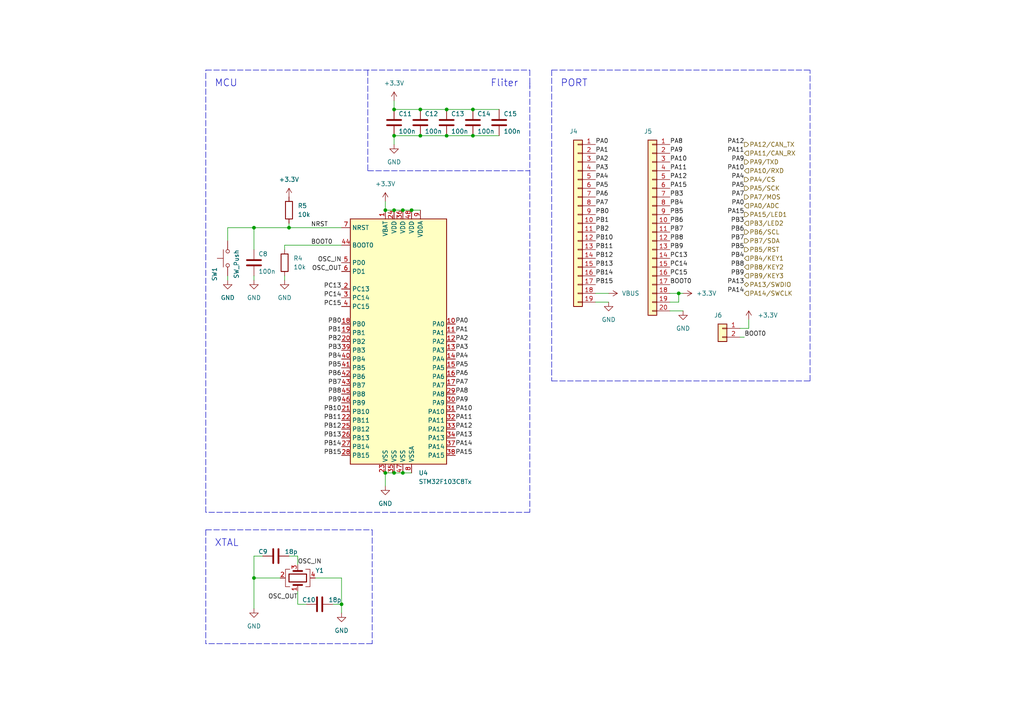
<source format=kicad_sch>
(kicad_sch (version 20211123) (generator eeschema)

  (uuid 24e93047-1a4e-49f5-8afd-5e82d68cce37)

  (paper "A4")

  (lib_symbols
    (symbol "Connector_Generic:Conn_01x02" (pin_names (offset 1.016) hide) (in_bom yes) (on_board yes)
      (property "Reference" "J" (id 0) (at 0 2.54 0)
        (effects (font (size 1.27 1.27)))
      )
      (property "Value" "Conn_01x02" (id 1) (at 0 -5.08 0)
        (effects (font (size 1.27 1.27)))
      )
      (property "Footprint" "" (id 2) (at 0 0 0)
        (effects (font (size 1.27 1.27)) hide)
      )
      (property "Datasheet" "~" (id 3) (at 0 0 0)
        (effects (font (size 1.27 1.27)) hide)
      )
      (property "ki_keywords" "connector" (id 4) (at 0 0 0)
        (effects (font (size 1.27 1.27)) hide)
      )
      (property "ki_description" "Generic connector, single row, 01x02, script generated (kicad-library-utils/schlib/autogen/connector/)" (id 5) (at 0 0 0)
        (effects (font (size 1.27 1.27)) hide)
      )
      (property "ki_fp_filters" "Connector*:*_1x??_*" (id 6) (at 0 0 0)
        (effects (font (size 1.27 1.27)) hide)
      )
      (symbol "Conn_01x02_1_1"
        (rectangle (start -1.27 -2.413) (end 0 -2.667)
          (stroke (width 0.1524) (type default) (color 0 0 0 0))
          (fill (type none))
        )
        (rectangle (start -1.27 0.127) (end 0 -0.127)
          (stroke (width 0.1524) (type default) (color 0 0 0 0))
          (fill (type none))
        )
        (rectangle (start -1.27 1.27) (end 1.27 -3.81)
          (stroke (width 0.254) (type default) (color 0 0 0 0))
          (fill (type background))
        )
        (pin passive line (at -5.08 0 0) (length 3.81)
          (name "Pin_1" (effects (font (size 1.27 1.27))))
          (number "1" (effects (font (size 1.27 1.27))))
        )
        (pin passive line (at -5.08 -2.54 0) (length 3.81)
          (name "Pin_2" (effects (font (size 1.27 1.27))))
          (number "2" (effects (font (size 1.27 1.27))))
        )
      )
    )
    (symbol "Connector_Generic:Conn_01x19" (pin_names (offset 1.016) hide) (in_bom yes) (on_board yes)
      (property "Reference" "J" (id 0) (at 0 25.4 0)
        (effects (font (size 1.27 1.27)))
      )
      (property "Value" "Conn_01x19" (id 1) (at 0 -25.4 0)
        (effects (font (size 1.27 1.27)))
      )
      (property "Footprint" "" (id 2) (at 0 0 0)
        (effects (font (size 1.27 1.27)) hide)
      )
      (property "Datasheet" "~" (id 3) (at 0 0 0)
        (effects (font (size 1.27 1.27)) hide)
      )
      (property "ki_keywords" "connector" (id 4) (at 0 0 0)
        (effects (font (size 1.27 1.27)) hide)
      )
      (property "ki_description" "Generic connector, single row, 01x19, script generated (kicad-library-utils/schlib/autogen/connector/)" (id 5) (at 0 0 0)
        (effects (font (size 1.27 1.27)) hide)
      )
      (property "ki_fp_filters" "Connector*:*_1x??_*" (id 6) (at 0 0 0)
        (effects (font (size 1.27 1.27)) hide)
      )
      (symbol "Conn_01x19_1_1"
        (rectangle (start -1.27 -22.733) (end 0 -22.987)
          (stroke (width 0.1524) (type default) (color 0 0 0 0))
          (fill (type none))
        )
        (rectangle (start -1.27 -20.193) (end 0 -20.447)
          (stroke (width 0.1524) (type default) (color 0 0 0 0))
          (fill (type none))
        )
        (rectangle (start -1.27 -17.653) (end 0 -17.907)
          (stroke (width 0.1524) (type default) (color 0 0 0 0))
          (fill (type none))
        )
        (rectangle (start -1.27 -15.113) (end 0 -15.367)
          (stroke (width 0.1524) (type default) (color 0 0 0 0))
          (fill (type none))
        )
        (rectangle (start -1.27 -12.573) (end 0 -12.827)
          (stroke (width 0.1524) (type default) (color 0 0 0 0))
          (fill (type none))
        )
        (rectangle (start -1.27 -10.033) (end 0 -10.287)
          (stroke (width 0.1524) (type default) (color 0 0 0 0))
          (fill (type none))
        )
        (rectangle (start -1.27 -7.493) (end 0 -7.747)
          (stroke (width 0.1524) (type default) (color 0 0 0 0))
          (fill (type none))
        )
        (rectangle (start -1.27 -4.953) (end 0 -5.207)
          (stroke (width 0.1524) (type default) (color 0 0 0 0))
          (fill (type none))
        )
        (rectangle (start -1.27 -2.413) (end 0 -2.667)
          (stroke (width 0.1524) (type default) (color 0 0 0 0))
          (fill (type none))
        )
        (rectangle (start -1.27 0.127) (end 0 -0.127)
          (stroke (width 0.1524) (type default) (color 0 0 0 0))
          (fill (type none))
        )
        (rectangle (start -1.27 2.667) (end 0 2.413)
          (stroke (width 0.1524) (type default) (color 0 0 0 0))
          (fill (type none))
        )
        (rectangle (start -1.27 5.207) (end 0 4.953)
          (stroke (width 0.1524) (type default) (color 0 0 0 0))
          (fill (type none))
        )
        (rectangle (start -1.27 7.747) (end 0 7.493)
          (stroke (width 0.1524) (type default) (color 0 0 0 0))
          (fill (type none))
        )
        (rectangle (start -1.27 10.287) (end 0 10.033)
          (stroke (width 0.1524) (type default) (color 0 0 0 0))
          (fill (type none))
        )
        (rectangle (start -1.27 12.827) (end 0 12.573)
          (stroke (width 0.1524) (type default) (color 0 0 0 0))
          (fill (type none))
        )
        (rectangle (start -1.27 15.367) (end 0 15.113)
          (stroke (width 0.1524) (type default) (color 0 0 0 0))
          (fill (type none))
        )
        (rectangle (start -1.27 17.907) (end 0 17.653)
          (stroke (width 0.1524) (type default) (color 0 0 0 0))
          (fill (type none))
        )
        (rectangle (start -1.27 20.447) (end 0 20.193)
          (stroke (width 0.1524) (type default) (color 0 0 0 0))
          (fill (type none))
        )
        (rectangle (start -1.27 22.987) (end 0 22.733)
          (stroke (width 0.1524) (type default) (color 0 0 0 0))
          (fill (type none))
        )
        (rectangle (start -1.27 24.13) (end 1.27 -24.13)
          (stroke (width 0.254) (type default) (color 0 0 0 0))
          (fill (type background))
        )
        (pin passive line (at -5.08 22.86 0) (length 3.81)
          (name "Pin_1" (effects (font (size 1.27 1.27))))
          (number "1" (effects (font (size 1.27 1.27))))
        )
        (pin passive line (at -5.08 0 0) (length 3.81)
          (name "Pin_10" (effects (font (size 1.27 1.27))))
          (number "10" (effects (font (size 1.27 1.27))))
        )
        (pin passive line (at -5.08 -2.54 0) (length 3.81)
          (name "Pin_11" (effects (font (size 1.27 1.27))))
          (number "11" (effects (font (size 1.27 1.27))))
        )
        (pin passive line (at -5.08 -5.08 0) (length 3.81)
          (name "Pin_12" (effects (font (size 1.27 1.27))))
          (number "12" (effects (font (size 1.27 1.27))))
        )
        (pin passive line (at -5.08 -7.62 0) (length 3.81)
          (name "Pin_13" (effects (font (size 1.27 1.27))))
          (number "13" (effects (font (size 1.27 1.27))))
        )
        (pin passive line (at -5.08 -10.16 0) (length 3.81)
          (name "Pin_14" (effects (font (size 1.27 1.27))))
          (number "14" (effects (font (size 1.27 1.27))))
        )
        (pin passive line (at -5.08 -12.7 0) (length 3.81)
          (name "Pin_15" (effects (font (size 1.27 1.27))))
          (number "15" (effects (font (size 1.27 1.27))))
        )
        (pin passive line (at -5.08 -15.24 0) (length 3.81)
          (name "Pin_16" (effects (font (size 1.27 1.27))))
          (number "16" (effects (font (size 1.27 1.27))))
        )
        (pin passive line (at -5.08 -17.78 0) (length 3.81)
          (name "Pin_17" (effects (font (size 1.27 1.27))))
          (number "17" (effects (font (size 1.27 1.27))))
        )
        (pin passive line (at -5.08 -20.32 0) (length 3.81)
          (name "Pin_18" (effects (font (size 1.27 1.27))))
          (number "18" (effects (font (size 1.27 1.27))))
        )
        (pin passive line (at -5.08 -22.86 0) (length 3.81)
          (name "Pin_19" (effects (font (size 1.27 1.27))))
          (number "19" (effects (font (size 1.27 1.27))))
        )
        (pin passive line (at -5.08 20.32 0) (length 3.81)
          (name "Pin_2" (effects (font (size 1.27 1.27))))
          (number "2" (effects (font (size 1.27 1.27))))
        )
        (pin passive line (at -5.08 17.78 0) (length 3.81)
          (name "Pin_3" (effects (font (size 1.27 1.27))))
          (number "3" (effects (font (size 1.27 1.27))))
        )
        (pin passive line (at -5.08 15.24 0) (length 3.81)
          (name "Pin_4" (effects (font (size 1.27 1.27))))
          (number "4" (effects (font (size 1.27 1.27))))
        )
        (pin passive line (at -5.08 12.7 0) (length 3.81)
          (name "Pin_5" (effects (font (size 1.27 1.27))))
          (number "5" (effects (font (size 1.27 1.27))))
        )
        (pin passive line (at -5.08 10.16 0) (length 3.81)
          (name "Pin_6" (effects (font (size 1.27 1.27))))
          (number "6" (effects (font (size 1.27 1.27))))
        )
        (pin passive line (at -5.08 7.62 0) (length 3.81)
          (name "Pin_7" (effects (font (size 1.27 1.27))))
          (number "7" (effects (font (size 1.27 1.27))))
        )
        (pin passive line (at -5.08 5.08 0) (length 3.81)
          (name "Pin_8" (effects (font (size 1.27 1.27))))
          (number "8" (effects (font (size 1.27 1.27))))
        )
        (pin passive line (at -5.08 2.54 0) (length 3.81)
          (name "Pin_9" (effects (font (size 1.27 1.27))))
          (number "9" (effects (font (size 1.27 1.27))))
        )
      )
    )
    (symbol "Connector_Generic:Conn_01x20" (pin_names (offset 1.016) hide) (in_bom yes) (on_board yes)
      (property "Reference" "J" (id 0) (at 0 25.4 0)
        (effects (font (size 1.27 1.27)))
      )
      (property "Value" "Conn_01x20" (id 1) (at 0 -27.94 0)
        (effects (font (size 1.27 1.27)))
      )
      (property "Footprint" "" (id 2) (at 0 0 0)
        (effects (font (size 1.27 1.27)) hide)
      )
      (property "Datasheet" "~" (id 3) (at 0 0 0)
        (effects (font (size 1.27 1.27)) hide)
      )
      (property "ki_keywords" "connector" (id 4) (at 0 0 0)
        (effects (font (size 1.27 1.27)) hide)
      )
      (property "ki_description" "Generic connector, single row, 01x20, script generated (kicad-library-utils/schlib/autogen/connector/)" (id 5) (at 0 0 0)
        (effects (font (size 1.27 1.27)) hide)
      )
      (property "ki_fp_filters" "Connector*:*_1x??_*" (id 6) (at 0 0 0)
        (effects (font (size 1.27 1.27)) hide)
      )
      (symbol "Conn_01x20_1_1"
        (rectangle (start -1.27 -25.273) (end 0 -25.527)
          (stroke (width 0.1524) (type default) (color 0 0 0 0))
          (fill (type none))
        )
        (rectangle (start -1.27 -22.733) (end 0 -22.987)
          (stroke (width 0.1524) (type default) (color 0 0 0 0))
          (fill (type none))
        )
        (rectangle (start -1.27 -20.193) (end 0 -20.447)
          (stroke (width 0.1524) (type default) (color 0 0 0 0))
          (fill (type none))
        )
        (rectangle (start -1.27 -17.653) (end 0 -17.907)
          (stroke (width 0.1524) (type default) (color 0 0 0 0))
          (fill (type none))
        )
        (rectangle (start -1.27 -15.113) (end 0 -15.367)
          (stroke (width 0.1524) (type default) (color 0 0 0 0))
          (fill (type none))
        )
        (rectangle (start -1.27 -12.573) (end 0 -12.827)
          (stroke (width 0.1524) (type default) (color 0 0 0 0))
          (fill (type none))
        )
        (rectangle (start -1.27 -10.033) (end 0 -10.287)
          (stroke (width 0.1524) (type default) (color 0 0 0 0))
          (fill (type none))
        )
        (rectangle (start -1.27 -7.493) (end 0 -7.747)
          (stroke (width 0.1524) (type default) (color 0 0 0 0))
          (fill (type none))
        )
        (rectangle (start -1.27 -4.953) (end 0 -5.207)
          (stroke (width 0.1524) (type default) (color 0 0 0 0))
          (fill (type none))
        )
        (rectangle (start -1.27 -2.413) (end 0 -2.667)
          (stroke (width 0.1524) (type default) (color 0 0 0 0))
          (fill (type none))
        )
        (rectangle (start -1.27 0.127) (end 0 -0.127)
          (stroke (width 0.1524) (type default) (color 0 0 0 0))
          (fill (type none))
        )
        (rectangle (start -1.27 2.667) (end 0 2.413)
          (stroke (width 0.1524) (type default) (color 0 0 0 0))
          (fill (type none))
        )
        (rectangle (start -1.27 5.207) (end 0 4.953)
          (stroke (width 0.1524) (type default) (color 0 0 0 0))
          (fill (type none))
        )
        (rectangle (start -1.27 7.747) (end 0 7.493)
          (stroke (width 0.1524) (type default) (color 0 0 0 0))
          (fill (type none))
        )
        (rectangle (start -1.27 10.287) (end 0 10.033)
          (stroke (width 0.1524) (type default) (color 0 0 0 0))
          (fill (type none))
        )
        (rectangle (start -1.27 12.827) (end 0 12.573)
          (stroke (width 0.1524) (type default) (color 0 0 0 0))
          (fill (type none))
        )
        (rectangle (start -1.27 15.367) (end 0 15.113)
          (stroke (width 0.1524) (type default) (color 0 0 0 0))
          (fill (type none))
        )
        (rectangle (start -1.27 17.907) (end 0 17.653)
          (stroke (width 0.1524) (type default) (color 0 0 0 0))
          (fill (type none))
        )
        (rectangle (start -1.27 20.447) (end 0 20.193)
          (stroke (width 0.1524) (type default) (color 0 0 0 0))
          (fill (type none))
        )
        (rectangle (start -1.27 22.987) (end 0 22.733)
          (stroke (width 0.1524) (type default) (color 0 0 0 0))
          (fill (type none))
        )
        (rectangle (start -1.27 24.13) (end 1.27 -26.67)
          (stroke (width 0.254) (type default) (color 0 0 0 0))
          (fill (type background))
        )
        (pin passive line (at -5.08 22.86 0) (length 3.81)
          (name "Pin_1" (effects (font (size 1.27 1.27))))
          (number "1" (effects (font (size 1.27 1.27))))
        )
        (pin passive line (at -5.08 0 0) (length 3.81)
          (name "Pin_10" (effects (font (size 1.27 1.27))))
          (number "10" (effects (font (size 1.27 1.27))))
        )
        (pin passive line (at -5.08 -2.54 0) (length 3.81)
          (name "Pin_11" (effects (font (size 1.27 1.27))))
          (number "11" (effects (font (size 1.27 1.27))))
        )
        (pin passive line (at -5.08 -5.08 0) (length 3.81)
          (name "Pin_12" (effects (font (size 1.27 1.27))))
          (number "12" (effects (font (size 1.27 1.27))))
        )
        (pin passive line (at -5.08 -7.62 0) (length 3.81)
          (name "Pin_13" (effects (font (size 1.27 1.27))))
          (number "13" (effects (font (size 1.27 1.27))))
        )
        (pin passive line (at -5.08 -10.16 0) (length 3.81)
          (name "Pin_14" (effects (font (size 1.27 1.27))))
          (number "14" (effects (font (size 1.27 1.27))))
        )
        (pin passive line (at -5.08 -12.7 0) (length 3.81)
          (name "Pin_15" (effects (font (size 1.27 1.27))))
          (number "15" (effects (font (size 1.27 1.27))))
        )
        (pin passive line (at -5.08 -15.24 0) (length 3.81)
          (name "Pin_16" (effects (font (size 1.27 1.27))))
          (number "16" (effects (font (size 1.27 1.27))))
        )
        (pin passive line (at -5.08 -17.78 0) (length 3.81)
          (name "Pin_17" (effects (font (size 1.27 1.27))))
          (number "17" (effects (font (size 1.27 1.27))))
        )
        (pin passive line (at -5.08 -20.32 0) (length 3.81)
          (name "Pin_18" (effects (font (size 1.27 1.27))))
          (number "18" (effects (font (size 1.27 1.27))))
        )
        (pin passive line (at -5.08 -22.86 0) (length 3.81)
          (name "Pin_19" (effects (font (size 1.27 1.27))))
          (number "19" (effects (font (size 1.27 1.27))))
        )
        (pin passive line (at -5.08 20.32 0) (length 3.81)
          (name "Pin_2" (effects (font (size 1.27 1.27))))
          (number "2" (effects (font (size 1.27 1.27))))
        )
        (pin passive line (at -5.08 -25.4 0) (length 3.81)
          (name "Pin_20" (effects (font (size 1.27 1.27))))
          (number "20" (effects (font (size 1.27 1.27))))
        )
        (pin passive line (at -5.08 17.78 0) (length 3.81)
          (name "Pin_3" (effects (font (size 1.27 1.27))))
          (number "3" (effects (font (size 1.27 1.27))))
        )
        (pin passive line (at -5.08 15.24 0) (length 3.81)
          (name "Pin_4" (effects (font (size 1.27 1.27))))
          (number "4" (effects (font (size 1.27 1.27))))
        )
        (pin passive line (at -5.08 12.7 0) (length 3.81)
          (name "Pin_5" (effects (font (size 1.27 1.27))))
          (number "5" (effects (font (size 1.27 1.27))))
        )
        (pin passive line (at -5.08 10.16 0) (length 3.81)
          (name "Pin_6" (effects (font (size 1.27 1.27))))
          (number "6" (effects (font (size 1.27 1.27))))
        )
        (pin passive line (at -5.08 7.62 0) (length 3.81)
          (name "Pin_7" (effects (font (size 1.27 1.27))))
          (number "7" (effects (font (size 1.27 1.27))))
        )
        (pin passive line (at -5.08 5.08 0) (length 3.81)
          (name "Pin_8" (effects (font (size 1.27 1.27))))
          (number "8" (effects (font (size 1.27 1.27))))
        )
        (pin passive line (at -5.08 2.54 0) (length 3.81)
          (name "Pin_9" (effects (font (size 1.27 1.27))))
          (number "9" (effects (font (size 1.27 1.27))))
        )
      )
    )
    (symbol "Device:C" (pin_numbers hide) (pin_names (offset 0.254)) (in_bom yes) (on_board yes)
      (property "Reference" "C" (id 0) (at 0.635 2.54 0)
        (effects (font (size 1.27 1.27)) (justify left))
      )
      (property "Value" "C" (id 1) (at 0.635 -2.54 0)
        (effects (font (size 1.27 1.27)) (justify left))
      )
      (property "Footprint" "" (id 2) (at 0.9652 -3.81 0)
        (effects (font (size 1.27 1.27)) hide)
      )
      (property "Datasheet" "~" (id 3) (at 0 0 0)
        (effects (font (size 1.27 1.27)) hide)
      )
      (property "ki_keywords" "cap capacitor" (id 4) (at 0 0 0)
        (effects (font (size 1.27 1.27)) hide)
      )
      (property "ki_description" "Unpolarized capacitor" (id 5) (at 0 0 0)
        (effects (font (size 1.27 1.27)) hide)
      )
      (property "ki_fp_filters" "C_*" (id 6) (at 0 0 0)
        (effects (font (size 1.27 1.27)) hide)
      )
      (symbol "C_0_1"
        (polyline
          (pts
            (xy -2.032 -0.762)
            (xy 2.032 -0.762)
          )
          (stroke (width 0.508) (type default) (color 0 0 0 0))
          (fill (type none))
        )
        (polyline
          (pts
            (xy -2.032 0.762)
            (xy 2.032 0.762)
          )
          (stroke (width 0.508) (type default) (color 0 0 0 0))
          (fill (type none))
        )
      )
      (symbol "C_1_1"
        (pin passive line (at 0 3.81 270) (length 2.794)
          (name "~" (effects (font (size 1.27 1.27))))
          (number "1" (effects (font (size 1.27 1.27))))
        )
        (pin passive line (at 0 -3.81 90) (length 2.794)
          (name "~" (effects (font (size 1.27 1.27))))
          (number "2" (effects (font (size 1.27 1.27))))
        )
      )
    )
    (symbol "Device:Crystal_GND24" (pin_names (offset 1.016) hide) (in_bom yes) (on_board yes)
      (property "Reference" "Y" (id 0) (at 3.175 5.08 0)
        (effects (font (size 1.27 1.27)) (justify left))
      )
      (property "Value" "Crystal_GND24" (id 1) (at 3.175 3.175 0)
        (effects (font (size 1.27 1.27)) (justify left))
      )
      (property "Footprint" "" (id 2) (at 0 0 0)
        (effects (font (size 1.27 1.27)) hide)
      )
      (property "Datasheet" "~" (id 3) (at 0 0 0)
        (effects (font (size 1.27 1.27)) hide)
      )
      (property "ki_keywords" "quartz ceramic resonator oscillator" (id 4) (at 0 0 0)
        (effects (font (size 1.27 1.27)) hide)
      )
      (property "ki_description" "Four pin crystal, GND on pins 2 and 4" (id 5) (at 0 0 0)
        (effects (font (size 1.27 1.27)) hide)
      )
      (property "ki_fp_filters" "Crystal*" (id 6) (at 0 0 0)
        (effects (font (size 1.27 1.27)) hide)
      )
      (symbol "Crystal_GND24_0_1"
        (rectangle (start -1.143 2.54) (end 1.143 -2.54)
          (stroke (width 0.3048) (type default) (color 0 0 0 0))
          (fill (type none))
        )
        (polyline
          (pts
            (xy -2.54 0)
            (xy -2.032 0)
          )
          (stroke (width 0) (type default) (color 0 0 0 0))
          (fill (type none))
        )
        (polyline
          (pts
            (xy -2.032 -1.27)
            (xy -2.032 1.27)
          )
          (stroke (width 0.508) (type default) (color 0 0 0 0))
          (fill (type none))
        )
        (polyline
          (pts
            (xy 0 -3.81)
            (xy 0 -3.556)
          )
          (stroke (width 0) (type default) (color 0 0 0 0))
          (fill (type none))
        )
        (polyline
          (pts
            (xy 0 3.556)
            (xy 0 3.81)
          )
          (stroke (width 0) (type default) (color 0 0 0 0))
          (fill (type none))
        )
        (polyline
          (pts
            (xy 2.032 -1.27)
            (xy 2.032 1.27)
          )
          (stroke (width 0.508) (type default) (color 0 0 0 0))
          (fill (type none))
        )
        (polyline
          (pts
            (xy 2.032 0)
            (xy 2.54 0)
          )
          (stroke (width 0) (type default) (color 0 0 0 0))
          (fill (type none))
        )
        (polyline
          (pts
            (xy -2.54 -2.286)
            (xy -2.54 -3.556)
            (xy 2.54 -3.556)
            (xy 2.54 -2.286)
          )
          (stroke (width 0) (type default) (color 0 0 0 0))
          (fill (type none))
        )
        (polyline
          (pts
            (xy -2.54 2.286)
            (xy -2.54 3.556)
            (xy 2.54 3.556)
            (xy 2.54 2.286)
          )
          (stroke (width 0) (type default) (color 0 0 0 0))
          (fill (type none))
        )
      )
      (symbol "Crystal_GND24_1_1"
        (pin passive line (at -3.81 0 0) (length 1.27)
          (name "1" (effects (font (size 1.27 1.27))))
          (number "1" (effects (font (size 1.27 1.27))))
        )
        (pin passive line (at 0 5.08 270) (length 1.27)
          (name "2" (effects (font (size 1.27 1.27))))
          (number "2" (effects (font (size 1.27 1.27))))
        )
        (pin passive line (at 3.81 0 180) (length 1.27)
          (name "3" (effects (font (size 1.27 1.27))))
          (number "3" (effects (font (size 1.27 1.27))))
        )
        (pin passive line (at 0 -5.08 90) (length 1.27)
          (name "4" (effects (font (size 1.27 1.27))))
          (number "4" (effects (font (size 1.27 1.27))))
        )
      )
    )
    (symbol "Device:R" (pin_numbers hide) (pin_names (offset 0)) (in_bom yes) (on_board yes)
      (property "Reference" "R" (id 0) (at 2.032 0 90)
        (effects (font (size 1.27 1.27)))
      )
      (property "Value" "R" (id 1) (at 0 0 90)
        (effects (font (size 1.27 1.27)))
      )
      (property "Footprint" "" (id 2) (at -1.778 0 90)
        (effects (font (size 1.27 1.27)) hide)
      )
      (property "Datasheet" "~" (id 3) (at 0 0 0)
        (effects (font (size 1.27 1.27)) hide)
      )
      (property "ki_keywords" "R res resistor" (id 4) (at 0 0 0)
        (effects (font (size 1.27 1.27)) hide)
      )
      (property "ki_description" "Resistor" (id 5) (at 0 0 0)
        (effects (font (size 1.27 1.27)) hide)
      )
      (property "ki_fp_filters" "R_*" (id 6) (at 0 0 0)
        (effects (font (size 1.27 1.27)) hide)
      )
      (symbol "R_0_1"
        (rectangle (start -1.016 -2.54) (end 1.016 2.54)
          (stroke (width 0.254) (type default) (color 0 0 0 0))
          (fill (type none))
        )
      )
      (symbol "R_1_1"
        (pin passive line (at 0 3.81 270) (length 1.27)
          (name "~" (effects (font (size 1.27 1.27))))
          (number "1" (effects (font (size 1.27 1.27))))
        )
        (pin passive line (at 0 -3.81 90) (length 1.27)
          (name "~" (effects (font (size 1.27 1.27))))
          (number "2" (effects (font (size 1.27 1.27))))
        )
      )
    )
    (symbol "MCU_ST_STM32F1:STM32F103C8Tx" (in_bom yes) (on_board yes)
      (property "Reference" "U" (id 0) (at -15.24 36.83 0)
        (effects (font (size 1.27 1.27)) (justify left))
      )
      (property "Value" "STM32F103C8Tx" (id 1) (at 7.62 36.83 0)
        (effects (font (size 1.27 1.27)) (justify left))
      )
      (property "Footprint" "Package_QFP:LQFP-48_7x7mm_P0.5mm" (id 2) (at -15.24 -35.56 0)
        (effects (font (size 1.27 1.27)) (justify right) hide)
      )
      (property "Datasheet" "http://www.st.com/st-web-ui/static/active/en/resource/technical/document/datasheet/CD00161566.pdf" (id 3) (at 0 0 0)
        (effects (font (size 1.27 1.27)) hide)
      )
      (property "ki_keywords" "ARM Cortex-M3 STM32F1 STM32F103" (id 4) (at 0 0 0)
        (effects (font (size 1.27 1.27)) hide)
      )
      (property "ki_description" "ARM Cortex-M3 MCU, 64KB flash, 20KB RAM, 72MHz, 2-3.6V, 37 GPIO, LQFP-48" (id 5) (at 0 0 0)
        (effects (font (size 1.27 1.27)) hide)
      )
      (property "ki_fp_filters" "LQFP*7x7mm*P0.5mm*" (id 6) (at 0 0 0)
        (effects (font (size 1.27 1.27)) hide)
      )
      (symbol "STM32F103C8Tx_0_1"
        (rectangle (start -15.24 -35.56) (end 12.7 35.56)
          (stroke (width 0.254) (type default) (color 0 0 0 0))
          (fill (type background))
        )
      )
      (symbol "STM32F103C8Tx_1_1"
        (pin power_in line (at -5.08 38.1 270) (length 2.54)
          (name "VBAT" (effects (font (size 1.27 1.27))))
          (number "1" (effects (font (size 1.27 1.27))))
        )
        (pin bidirectional line (at 15.24 5.08 180) (length 2.54)
          (name "PA0" (effects (font (size 1.27 1.27))))
          (number "10" (effects (font (size 1.27 1.27))))
        )
        (pin bidirectional line (at 15.24 2.54 180) (length 2.54)
          (name "PA1" (effects (font (size 1.27 1.27))))
          (number "11" (effects (font (size 1.27 1.27))))
        )
        (pin bidirectional line (at 15.24 0 180) (length 2.54)
          (name "PA2" (effects (font (size 1.27 1.27))))
          (number "12" (effects (font (size 1.27 1.27))))
        )
        (pin bidirectional line (at 15.24 -2.54 180) (length 2.54)
          (name "PA3" (effects (font (size 1.27 1.27))))
          (number "13" (effects (font (size 1.27 1.27))))
        )
        (pin bidirectional line (at 15.24 -5.08 180) (length 2.54)
          (name "PA4" (effects (font (size 1.27 1.27))))
          (number "14" (effects (font (size 1.27 1.27))))
        )
        (pin bidirectional line (at 15.24 -7.62 180) (length 2.54)
          (name "PA5" (effects (font (size 1.27 1.27))))
          (number "15" (effects (font (size 1.27 1.27))))
        )
        (pin bidirectional line (at 15.24 -10.16 180) (length 2.54)
          (name "PA6" (effects (font (size 1.27 1.27))))
          (number "16" (effects (font (size 1.27 1.27))))
        )
        (pin bidirectional line (at 15.24 -12.7 180) (length 2.54)
          (name "PA7" (effects (font (size 1.27 1.27))))
          (number "17" (effects (font (size 1.27 1.27))))
        )
        (pin bidirectional line (at -17.78 5.08 0) (length 2.54)
          (name "PB0" (effects (font (size 1.27 1.27))))
          (number "18" (effects (font (size 1.27 1.27))))
        )
        (pin bidirectional line (at -17.78 2.54 0) (length 2.54)
          (name "PB1" (effects (font (size 1.27 1.27))))
          (number "19" (effects (font (size 1.27 1.27))))
        )
        (pin bidirectional line (at -17.78 15.24 0) (length 2.54)
          (name "PC13" (effects (font (size 1.27 1.27))))
          (number "2" (effects (font (size 1.27 1.27))))
        )
        (pin bidirectional line (at -17.78 0 0) (length 2.54)
          (name "PB2" (effects (font (size 1.27 1.27))))
          (number "20" (effects (font (size 1.27 1.27))))
        )
        (pin bidirectional line (at -17.78 -20.32 0) (length 2.54)
          (name "PB10" (effects (font (size 1.27 1.27))))
          (number "21" (effects (font (size 1.27 1.27))))
        )
        (pin bidirectional line (at -17.78 -22.86 0) (length 2.54)
          (name "PB11" (effects (font (size 1.27 1.27))))
          (number "22" (effects (font (size 1.27 1.27))))
        )
        (pin power_in line (at -5.08 -38.1 90) (length 2.54)
          (name "VSS" (effects (font (size 1.27 1.27))))
          (number "23" (effects (font (size 1.27 1.27))))
        )
        (pin power_in line (at -2.54 38.1 270) (length 2.54)
          (name "VDD" (effects (font (size 1.27 1.27))))
          (number "24" (effects (font (size 1.27 1.27))))
        )
        (pin bidirectional line (at -17.78 -25.4 0) (length 2.54)
          (name "PB12" (effects (font (size 1.27 1.27))))
          (number "25" (effects (font (size 1.27 1.27))))
        )
        (pin bidirectional line (at -17.78 -27.94 0) (length 2.54)
          (name "PB13" (effects (font (size 1.27 1.27))))
          (number "26" (effects (font (size 1.27 1.27))))
        )
        (pin bidirectional line (at -17.78 -30.48 0) (length 2.54)
          (name "PB14" (effects (font (size 1.27 1.27))))
          (number "27" (effects (font (size 1.27 1.27))))
        )
        (pin bidirectional line (at -17.78 -33.02 0) (length 2.54)
          (name "PB15" (effects (font (size 1.27 1.27))))
          (number "28" (effects (font (size 1.27 1.27))))
        )
        (pin bidirectional line (at 15.24 -15.24 180) (length 2.54)
          (name "PA8" (effects (font (size 1.27 1.27))))
          (number "29" (effects (font (size 1.27 1.27))))
        )
        (pin bidirectional line (at -17.78 12.7 0) (length 2.54)
          (name "PC14" (effects (font (size 1.27 1.27))))
          (number "3" (effects (font (size 1.27 1.27))))
        )
        (pin bidirectional line (at 15.24 -17.78 180) (length 2.54)
          (name "PA9" (effects (font (size 1.27 1.27))))
          (number "30" (effects (font (size 1.27 1.27))))
        )
        (pin bidirectional line (at 15.24 -20.32 180) (length 2.54)
          (name "PA10" (effects (font (size 1.27 1.27))))
          (number "31" (effects (font (size 1.27 1.27))))
        )
        (pin bidirectional line (at 15.24 -22.86 180) (length 2.54)
          (name "PA11" (effects (font (size 1.27 1.27))))
          (number "32" (effects (font (size 1.27 1.27))))
        )
        (pin bidirectional line (at 15.24 -25.4 180) (length 2.54)
          (name "PA12" (effects (font (size 1.27 1.27))))
          (number "33" (effects (font (size 1.27 1.27))))
        )
        (pin bidirectional line (at 15.24 -27.94 180) (length 2.54)
          (name "PA13" (effects (font (size 1.27 1.27))))
          (number "34" (effects (font (size 1.27 1.27))))
        )
        (pin power_in line (at -2.54 -38.1 90) (length 2.54)
          (name "VSS" (effects (font (size 1.27 1.27))))
          (number "35" (effects (font (size 1.27 1.27))))
        )
        (pin power_in line (at 0 38.1 270) (length 2.54)
          (name "VDD" (effects (font (size 1.27 1.27))))
          (number "36" (effects (font (size 1.27 1.27))))
        )
        (pin bidirectional line (at 15.24 -30.48 180) (length 2.54)
          (name "PA14" (effects (font (size 1.27 1.27))))
          (number "37" (effects (font (size 1.27 1.27))))
        )
        (pin bidirectional line (at 15.24 -33.02 180) (length 2.54)
          (name "PA15" (effects (font (size 1.27 1.27))))
          (number "38" (effects (font (size 1.27 1.27))))
        )
        (pin bidirectional line (at -17.78 -2.54 0) (length 2.54)
          (name "PB3" (effects (font (size 1.27 1.27))))
          (number "39" (effects (font (size 1.27 1.27))))
        )
        (pin bidirectional line (at -17.78 10.16 0) (length 2.54)
          (name "PC15" (effects (font (size 1.27 1.27))))
          (number "4" (effects (font (size 1.27 1.27))))
        )
        (pin bidirectional line (at -17.78 -5.08 0) (length 2.54)
          (name "PB4" (effects (font (size 1.27 1.27))))
          (number "40" (effects (font (size 1.27 1.27))))
        )
        (pin bidirectional line (at -17.78 -7.62 0) (length 2.54)
          (name "PB5" (effects (font (size 1.27 1.27))))
          (number "41" (effects (font (size 1.27 1.27))))
        )
        (pin bidirectional line (at -17.78 -10.16 0) (length 2.54)
          (name "PB6" (effects (font (size 1.27 1.27))))
          (number "42" (effects (font (size 1.27 1.27))))
        )
        (pin bidirectional line (at -17.78 -12.7 0) (length 2.54)
          (name "PB7" (effects (font (size 1.27 1.27))))
          (number "43" (effects (font (size 1.27 1.27))))
        )
        (pin input line (at -17.78 27.94 0) (length 2.54)
          (name "BOOT0" (effects (font (size 1.27 1.27))))
          (number "44" (effects (font (size 1.27 1.27))))
        )
        (pin bidirectional line (at -17.78 -15.24 0) (length 2.54)
          (name "PB8" (effects (font (size 1.27 1.27))))
          (number "45" (effects (font (size 1.27 1.27))))
        )
        (pin bidirectional line (at -17.78 -17.78 0) (length 2.54)
          (name "PB9" (effects (font (size 1.27 1.27))))
          (number "46" (effects (font (size 1.27 1.27))))
        )
        (pin power_in line (at 0 -38.1 90) (length 2.54)
          (name "VSS" (effects (font (size 1.27 1.27))))
          (number "47" (effects (font (size 1.27 1.27))))
        )
        (pin power_in line (at 2.54 38.1 270) (length 2.54)
          (name "VDD" (effects (font (size 1.27 1.27))))
          (number "48" (effects (font (size 1.27 1.27))))
        )
        (pin input line (at -17.78 22.86 0) (length 2.54)
          (name "PD0" (effects (font (size 1.27 1.27))))
          (number "5" (effects (font (size 1.27 1.27))))
        )
        (pin input line (at -17.78 20.32 0) (length 2.54)
          (name "PD1" (effects (font (size 1.27 1.27))))
          (number "6" (effects (font (size 1.27 1.27))))
        )
        (pin input line (at -17.78 33.02 0) (length 2.54)
          (name "NRST" (effects (font (size 1.27 1.27))))
          (number "7" (effects (font (size 1.27 1.27))))
        )
        (pin power_in line (at 2.54 -38.1 90) (length 2.54)
          (name "VSSA" (effects (font (size 1.27 1.27))))
          (number "8" (effects (font (size 1.27 1.27))))
        )
        (pin power_in line (at 5.08 38.1 270) (length 2.54)
          (name "VDDA" (effects (font (size 1.27 1.27))))
          (number "9" (effects (font (size 1.27 1.27))))
        )
      )
    )
    (symbol "Switch:SW_Push" (pin_numbers hide) (pin_names (offset 1.016) hide) (in_bom yes) (on_board yes)
      (property "Reference" "SW" (id 0) (at 1.27 2.54 0)
        (effects (font (size 1.27 1.27)) (justify left))
      )
      (property "Value" "SW_Push" (id 1) (at 0 -1.524 0)
        (effects (font (size 1.27 1.27)))
      )
      (property "Footprint" "" (id 2) (at 0 5.08 0)
        (effects (font (size 1.27 1.27)) hide)
      )
      (property "Datasheet" "~" (id 3) (at 0 5.08 0)
        (effects (font (size 1.27 1.27)) hide)
      )
      (property "ki_keywords" "switch normally-open pushbutton push-button" (id 4) (at 0 0 0)
        (effects (font (size 1.27 1.27)) hide)
      )
      (property "ki_description" "Push button switch, generic, two pins" (id 5) (at 0 0 0)
        (effects (font (size 1.27 1.27)) hide)
      )
      (symbol "SW_Push_0_1"
        (circle (center -2.032 0) (radius 0.508)
          (stroke (width 0) (type default) (color 0 0 0 0))
          (fill (type none))
        )
        (polyline
          (pts
            (xy 0 1.27)
            (xy 0 3.048)
          )
          (stroke (width 0) (type default) (color 0 0 0 0))
          (fill (type none))
        )
        (polyline
          (pts
            (xy 2.54 1.27)
            (xy -2.54 1.27)
          )
          (stroke (width 0) (type default) (color 0 0 0 0))
          (fill (type none))
        )
        (circle (center 2.032 0) (radius 0.508)
          (stroke (width 0) (type default) (color 0 0 0 0))
          (fill (type none))
        )
        (pin passive line (at -5.08 0 0) (length 2.54)
          (name "1" (effects (font (size 1.27 1.27))))
          (number "1" (effects (font (size 1.27 1.27))))
        )
        (pin passive line (at 5.08 0 180) (length 2.54)
          (name "2" (effects (font (size 1.27 1.27))))
          (number "2" (effects (font (size 1.27 1.27))))
        )
      )
    )
    (symbol "power:+3.3V" (power) (pin_names (offset 0)) (in_bom yes) (on_board yes)
      (property "Reference" "#PWR" (id 0) (at 0 -3.81 0)
        (effects (font (size 1.27 1.27)) hide)
      )
      (property "Value" "+3.3V" (id 1) (at 0 3.556 0)
        (effects (font (size 1.27 1.27)))
      )
      (property "Footprint" "" (id 2) (at 0 0 0)
        (effects (font (size 1.27 1.27)) hide)
      )
      (property "Datasheet" "" (id 3) (at 0 0 0)
        (effects (font (size 1.27 1.27)) hide)
      )
      (property "ki_keywords" "power-flag" (id 4) (at 0 0 0)
        (effects (font (size 1.27 1.27)) hide)
      )
      (property "ki_description" "Power symbol creates a global label with name \"+3.3V\"" (id 5) (at 0 0 0)
        (effects (font (size 1.27 1.27)) hide)
      )
      (symbol "+3.3V_0_1"
        (polyline
          (pts
            (xy -0.762 1.27)
            (xy 0 2.54)
          )
          (stroke (width 0) (type default) (color 0 0 0 0))
          (fill (type none))
        )
        (polyline
          (pts
            (xy 0 0)
            (xy 0 2.54)
          )
          (stroke (width 0) (type default) (color 0 0 0 0))
          (fill (type none))
        )
        (polyline
          (pts
            (xy 0 2.54)
            (xy 0.762 1.27)
          )
          (stroke (width 0) (type default) (color 0 0 0 0))
          (fill (type none))
        )
      )
      (symbol "+3.3V_1_1"
        (pin power_in line (at 0 0 90) (length 0) hide
          (name "+3.3V" (effects (font (size 1.27 1.27))))
          (number "1" (effects (font (size 1.27 1.27))))
        )
      )
    )
    (symbol "power:GND" (power) (pin_names (offset 0)) (in_bom yes) (on_board yes)
      (property "Reference" "#PWR" (id 0) (at 0 -6.35 0)
        (effects (font (size 1.27 1.27)) hide)
      )
      (property "Value" "GND" (id 1) (at 0 -3.81 0)
        (effects (font (size 1.27 1.27)))
      )
      (property "Footprint" "" (id 2) (at 0 0 0)
        (effects (font (size 1.27 1.27)) hide)
      )
      (property "Datasheet" "" (id 3) (at 0 0 0)
        (effects (font (size 1.27 1.27)) hide)
      )
      (property "ki_keywords" "power-flag" (id 4) (at 0 0 0)
        (effects (font (size 1.27 1.27)) hide)
      )
      (property "ki_description" "Power symbol creates a global label with name \"GND\" , ground" (id 5) (at 0 0 0)
        (effects (font (size 1.27 1.27)) hide)
      )
      (symbol "GND_0_1"
        (polyline
          (pts
            (xy 0 0)
            (xy 0 -1.27)
            (xy 1.27 -1.27)
            (xy 0 -2.54)
            (xy -1.27 -1.27)
            (xy 0 -1.27)
          )
          (stroke (width 0) (type default) (color 0 0 0 0))
          (fill (type none))
        )
      )
      (symbol "GND_1_1"
        (pin power_in line (at 0 0 270) (length 0) hide
          (name "GND" (effects (font (size 1.27 1.27))))
          (number "1" (effects (font (size 1.27 1.27))))
        )
      )
    )
    (symbol "power:VBUS" (power) (pin_names (offset 0)) (in_bom yes) (on_board yes)
      (property "Reference" "#PWR" (id 0) (at 0 -3.81 0)
        (effects (font (size 1.27 1.27)) hide)
      )
      (property "Value" "VBUS" (id 1) (at 0 3.81 0)
        (effects (font (size 1.27 1.27)))
      )
      (property "Footprint" "" (id 2) (at 0 0 0)
        (effects (font (size 1.27 1.27)) hide)
      )
      (property "Datasheet" "" (id 3) (at 0 0 0)
        (effects (font (size 1.27 1.27)) hide)
      )
      (property "ki_keywords" "power-flag" (id 4) (at 0 0 0)
        (effects (font (size 1.27 1.27)) hide)
      )
      (property "ki_description" "Power symbol creates a global label with name \"VBUS\"" (id 5) (at 0 0 0)
        (effects (font (size 1.27 1.27)) hide)
      )
      (symbol "VBUS_0_1"
        (polyline
          (pts
            (xy -0.762 1.27)
            (xy 0 2.54)
          )
          (stroke (width 0) (type default) (color 0 0 0 0))
          (fill (type none))
        )
        (polyline
          (pts
            (xy 0 0)
            (xy 0 2.54)
          )
          (stroke (width 0) (type default) (color 0 0 0 0))
          (fill (type none))
        )
        (polyline
          (pts
            (xy 0 2.54)
            (xy 0.762 1.27)
          )
          (stroke (width 0) (type default) (color 0 0 0 0))
          (fill (type none))
        )
      )
      (symbol "VBUS_1_1"
        (pin power_in line (at 0 0 90) (length 0) hide
          (name "VBUS" (effects (font (size 1.27 1.27))))
          (number "1" (effects (font (size 1.27 1.27))))
        )
      )
    )
  )

  (junction (at 116.84 137.16) (diameter 0) (color 0 0 0 0)
    (uuid 1c3d71d1-d4d0-48eb-a11f-8d3d2adfb528)
  )
  (junction (at 114.3 39.37) (diameter 0) (color 0 0 0 0)
    (uuid 31d5261e-1941-46a2-bbc0-060363ce4f8a)
  )
  (junction (at 196.85 85.09) (diameter 0) (color 0 0 0 0)
    (uuid 35b56d58-0d78-4df7-aefa-b41e9e104eb3)
  )
  (junction (at 129.54 31.75) (diameter 0) (color 0 0 0 0)
    (uuid 3c4343e8-8ac2-40b7-a136-a7a39a5e7f28)
  )
  (junction (at 111.76 60.96) (diameter 0) (color 0 0 0 0)
    (uuid 400d4d78-3826-4532-85f5-7e8f3cf01b92)
  )
  (junction (at 73.66 66.04) (diameter 0) (color 0 0 0 0)
    (uuid 6b79d8a7-b973-4124-bef7-9935b40d62d4)
  )
  (junction (at 114.3 31.75) (diameter 0) (color 0 0 0 0)
    (uuid 6f3f6cf3-d7c0-4c6b-b856-8e1095aac2eb)
  )
  (junction (at 137.16 31.75) (diameter 0) (color 0 0 0 0)
    (uuid 795cc659-607c-4e15-88b9-012e47ac280d)
  )
  (junction (at 129.54 39.37) (diameter 0) (color 0 0 0 0)
    (uuid 7d5d9148-07e2-4b85-a86e-401d4508174d)
  )
  (junction (at 114.3 60.96) (diameter 0) (color 0 0 0 0)
    (uuid 8331bf64-9cc8-47ac-8014-b8dfacd675e3)
  )
  (junction (at 111.76 137.16) (diameter 0) (color 0 0 0 0)
    (uuid 852ace82-5128-4ec5-99a4-54c1b4d32aff)
  )
  (junction (at 121.92 39.37) (diameter 0) (color 0 0 0 0)
    (uuid 863d23a4-186d-48af-9191-66e2a61ebee5)
  )
  (junction (at 99.06 175.26) (diameter 0) (color 0 0 0 0)
    (uuid a086c9b0-4d08-473c-8a74-afaa84b4747f)
  )
  (junction (at 73.66 167.64) (diameter 0) (color 0 0 0 0)
    (uuid a67f2aac-0b23-4f04-9175-b15381402890)
  )
  (junction (at 137.16 39.37) (diameter 0) (color 0 0 0 0)
    (uuid aa3c5ecf-113d-466f-965b-b8e91d844f1a)
  )
  (junction (at 116.84 60.96) (diameter 0) (color 0 0 0 0)
    (uuid bd545371-9a74-4833-93d6-f072b38f1a2b)
  )
  (junction (at 119.38 60.96) (diameter 0) (color 0 0 0 0)
    (uuid c42d52b7-4141-4f84-ae34-a1cfb228c279)
  )
  (junction (at 114.3 137.16) (diameter 0) (color 0 0 0 0)
    (uuid d241ac4b-94d8-4f02-9922-350da8a943c3)
  )
  (junction (at 83.82 66.04) (diameter 0) (color 0 0 0 0)
    (uuid de6023f5-d3b7-4d97-b44a-806aad6380c4)
  )
  (junction (at 121.92 31.75) (diameter 0) (color 0 0 0 0)
    (uuid e67795f3-a132-4a7b-89cf-fe94bc5904fa)
  )

  (polyline (pts (xy 59.69 20.32) (xy 153.67 20.32))
    (stroke (width 0) (type default) (color 0 0 0 0))
    (uuid 0990220e-1b79-4326-bcf3-830aade8873b)
  )

  (wire (pts (xy 99.06 167.64) (xy 99.06 175.26))
    (stroke (width 0) (type default) (color 0 0 0 0))
    (uuid 0fa782ba-7807-4585-90e8-5df71948165b)
  )
  (wire (pts (xy 82.55 72.39) (xy 82.55 71.12))
    (stroke (width 0) (type default) (color 0 0 0 0))
    (uuid 1001938e-6c2c-4907-b4a0-05b2911f2c1c)
  )
  (wire (pts (xy 73.66 80.01) (xy 73.66 81.28))
    (stroke (width 0) (type default) (color 0 0 0 0))
    (uuid 1049c17b-4c6c-455f-bc29-4f5dd824b391)
  )
  (wire (pts (xy 73.66 167.64) (xy 73.66 176.53))
    (stroke (width 0) (type default) (color 0 0 0 0))
    (uuid 1304e837-e3e5-484d-bbf6-97a055614f1e)
  )
  (wire (pts (xy 119.38 60.96) (xy 116.84 60.96))
    (stroke (width 0) (type default) (color 0 0 0 0))
    (uuid 13a17026-f7a7-42d0-8932-b9d85a64c0db)
  )
  (wire (pts (xy 144.78 39.37) (xy 137.16 39.37))
    (stroke (width 0) (type default) (color 0 0 0 0))
    (uuid 158f7a84-115d-4d90-84b8-708881951bfe)
  )
  (wire (pts (xy 111.76 137.16) (xy 111.76 140.97))
    (stroke (width 0) (type default) (color 0 0 0 0))
    (uuid 18d8592c-8c54-489c-8fe2-2935b95d8333)
  )
  (polyline (pts (xy 153.67 24.13) (xy 153.67 148.59))
    (stroke (width 0) (type default) (color 0 0 0 0))
    (uuid 22f86e35-f2f9-4fc4-9118-92250bdd4ebe)
  )

  (wire (pts (xy 82.55 80.01) (xy 82.55 81.28))
    (stroke (width 0) (type default) (color 0 0 0 0))
    (uuid 28e5e408-ccad-49bc-8e06-5f3a3408fd70)
  )
  (wire (pts (xy 82.55 71.12) (xy 99.06 71.12))
    (stroke (width 0) (type default) (color 0 0 0 0))
    (uuid 2ab2b487-26f7-40cd-92eb-57ee7fae02ce)
  )
  (wire (pts (xy 114.3 60.96) (xy 111.76 60.96))
    (stroke (width 0) (type default) (color 0 0 0 0))
    (uuid 33f53586-4158-4817-a531-2a24e1266cf8)
  )
  (wire (pts (xy 119.38 137.16) (xy 116.84 137.16))
    (stroke (width 0) (type default) (color 0 0 0 0))
    (uuid 34513931-539c-4a60-a658-df677c47d9a6)
  )
  (wire (pts (xy 214.63 97.79) (xy 215.9 97.79))
    (stroke (width 0) (type default) (color 0 0 0 0))
    (uuid 375bbfe9-c1ce-4e30-a734-352d6f65e449)
  )
  (polyline (pts (xy 59.69 148.59) (xy 59.69 20.32))
    (stroke (width 0) (type default) (color 0 0 0 0))
    (uuid 385154b0-2782-4f53-aa3c-ea668f2f3903)
  )
  (polyline (pts (xy 59.69 153.67) (xy 107.95 153.67))
    (stroke (width 0) (type default) (color 0 0 0 0))
    (uuid 392c731d-20e2-4637-84d9-c3242ef4f9cb)
  )

  (wire (pts (xy 86.36 161.29) (xy 83.82 161.29))
    (stroke (width 0) (type default) (color 0 0 0 0))
    (uuid 392cc51e-5147-44cf-8f8d-2e5f9ac50aa3)
  )
  (wire (pts (xy 96.52 175.26) (xy 99.06 175.26))
    (stroke (width 0) (type default) (color 0 0 0 0))
    (uuid 39ed7e6b-0ea9-453e-b62f-d71f5c53b4fe)
  )
  (wire (pts (xy 73.66 167.64) (xy 81.28 167.64))
    (stroke (width 0) (type default) (color 0 0 0 0))
    (uuid 3bac322d-5c6d-448f-ad7c-7152af6869a2)
  )
  (wire (pts (xy 114.3 137.16) (xy 111.76 137.16))
    (stroke (width 0) (type default) (color 0 0 0 0))
    (uuid 3c20e434-fe64-43bd-be29-c8155cfa58d4)
  )
  (wire (pts (xy 121.92 60.96) (xy 119.38 60.96))
    (stroke (width 0) (type default) (color 0 0 0 0))
    (uuid 3fe187f4-a3ad-4131-8abb-052a423f96e6)
  )
  (wire (pts (xy 114.3 39.37) (xy 114.3 41.91))
    (stroke (width 0) (type default) (color 0 0 0 0))
    (uuid 404d7303-8ba4-43e3-9ed8-a5d18fb60b6d)
  )
  (wire (pts (xy 129.54 31.75) (xy 121.92 31.75))
    (stroke (width 0) (type default) (color 0 0 0 0))
    (uuid 42f51602-7957-40dd-a1e4-becb41c63dae)
  )
  (wire (pts (xy 137.16 39.37) (xy 129.54 39.37))
    (stroke (width 0) (type default) (color 0 0 0 0))
    (uuid 4acd3cfe-9aa9-48f5-8b40-387e7329d4ca)
  )
  (polyline (pts (xy 234.95 110.49) (xy 234.95 20.32))
    (stroke (width 0) (type default) (color 0 0 0 0))
    (uuid 5074d72b-8b45-494e-8092-ca4aac1d2388)
  )

  (wire (pts (xy 111.76 60.96) (xy 111.76 58.42))
    (stroke (width 0) (type default) (color 0 0 0 0))
    (uuid 5fe6bf06-a753-48c0-b11b-edc2ab5f45e6)
  )
  (wire (pts (xy 99.06 175.26) (xy 99.06 177.8))
    (stroke (width 0) (type default) (color 0 0 0 0))
    (uuid 601d677e-10fc-494a-9798-4f6cbdd1afdb)
  )
  (wire (pts (xy 137.16 31.75) (xy 129.54 31.75))
    (stroke (width 0) (type default) (color 0 0 0 0))
    (uuid 62a6627c-9a08-4f9f-8b76-93343d94f262)
  )
  (wire (pts (xy 66.04 80.01) (xy 66.04 81.28))
    (stroke (width 0) (type default) (color 0 0 0 0))
    (uuid 66dd2d4d-b125-46a1-9269-6754d62c8a2d)
  )
  (polyline (pts (xy 106.68 49.53) (xy 153.67 49.53))
    (stroke (width 0) (type default) (color 0 0 0 0))
    (uuid 68e04049-e68a-44be-880b-b22f7ef1dc65)
  )

  (wire (pts (xy 214.63 95.25) (xy 217.17 95.25))
    (stroke (width 0) (type default) (color 0 0 0 0))
    (uuid 6df588c2-e24d-4947-a150-6b57a8e93deb)
  )
  (wire (pts (xy 73.66 66.04) (xy 83.82 66.04))
    (stroke (width 0) (type default) (color 0 0 0 0))
    (uuid 6f8a55a3-afb0-4c3c-a316-656c5c555bfa)
  )
  (wire (pts (xy 73.66 161.29) (xy 73.66 167.64))
    (stroke (width 0) (type default) (color 0 0 0 0))
    (uuid 73c65628-0d90-4e0a-84f3-2d1e2ab52944)
  )
  (wire (pts (xy 196.85 85.09) (xy 198.12 85.09))
    (stroke (width 0) (type default) (color 0 0 0 0))
    (uuid 73efd5dc-c4f5-47a0-9b35-4e26b7e0075d)
  )
  (polyline (pts (xy 160.02 20.32) (xy 234.95 20.32))
    (stroke (width 0) (type default) (color 0 0 0 0))
    (uuid 74f0297d-f2a8-41da-b161-1ef19ae44c4a)
  )
  (polyline (pts (xy 106.68 20.32) (xy 106.68 49.53))
    (stroke (width 0) (type default) (color 0 0 0 0))
    (uuid 7b47fee2-46ec-4cc3-8b4c-7ac10c7640b7)
  )

  (wire (pts (xy 129.54 39.37) (xy 121.92 39.37))
    (stroke (width 0) (type default) (color 0 0 0 0))
    (uuid 7b9ac298-7cfb-4453-b7ea-9d076adafa44)
  )
  (polyline (pts (xy 153.67 20.32) (xy 153.67 25.4))
    (stroke (width 0) (type default) (color 0 0 0 0))
    (uuid 8583b145-1865-4b42-939c-7e8b0483b25a)
  )

  (wire (pts (xy 116.84 60.96) (xy 114.3 60.96))
    (stroke (width 0) (type default) (color 0 0 0 0))
    (uuid 87390c38-7fae-4286-8eee-913b00cdd2cf)
  )
  (polyline (pts (xy 153.67 148.59) (xy 59.69 148.59))
    (stroke (width 0) (type default) (color 0 0 0 0))
    (uuid 8af6651d-c40b-427c-92bc-c67bb4d5b772)
  )

  (wire (pts (xy 66.04 69.85) (xy 66.04 66.04))
    (stroke (width 0) (type default) (color 0 0 0 0))
    (uuid 8b5077fe-813f-4582-bb29-772791dcc5d3)
  )
  (wire (pts (xy 196.85 87.63) (xy 196.85 85.09))
    (stroke (width 0) (type default) (color 0 0 0 0))
    (uuid 8e456433-1cf6-42e7-9656-edef26ea2d84)
  )
  (wire (pts (xy 86.36 171.45) (xy 86.36 175.26))
    (stroke (width 0) (type default) (color 0 0 0 0))
    (uuid 902b4b1e-c855-4762-b493-e8bce43d10d2)
  )
  (wire (pts (xy 99.06 66.04) (xy 83.82 66.04))
    (stroke (width 0) (type default) (color 0 0 0 0))
    (uuid 92155452-9c53-465a-82d5-8c9015c737f8)
  )
  (wire (pts (xy 91.44 167.64) (xy 99.06 167.64))
    (stroke (width 0) (type default) (color 0 0 0 0))
    (uuid 979ec7e2-838c-4dab-bd0f-fe8d657c82fe)
  )
  (wire (pts (xy 172.72 85.09) (xy 176.53 85.09))
    (stroke (width 0) (type default) (color 0 0 0 0))
    (uuid 9e33894b-6e09-4628-a082-06589a6ddb18)
  )
  (wire (pts (xy 172.72 87.63) (xy 176.53 87.63))
    (stroke (width 0) (type default) (color 0 0 0 0))
    (uuid a47c11c3-1009-40e2-bcd2-307c50d4ab65)
  )
  (polyline (pts (xy 160.02 110.49) (xy 234.95 110.49))
    (stroke (width 0) (type default) (color 0 0 0 0))
    (uuid ae58c206-9104-48dd-82f8-e1f9561b224d)
  )

  (wire (pts (xy 86.36 163.83) (xy 86.36 161.29))
    (stroke (width 0) (type default) (color 0 0 0 0))
    (uuid b3ca5280-c309-4570-909d-0c95f523c1c8)
  )
  (wire (pts (xy 73.66 161.29) (xy 76.2 161.29))
    (stroke (width 0) (type default) (color 0 0 0 0))
    (uuid b4aa985a-885a-43b1-ab0a-59fc49631997)
  )
  (wire (pts (xy 194.31 85.09) (xy 196.85 85.09))
    (stroke (width 0) (type default) (color 0 0 0 0))
    (uuid bba90a8d-6938-490b-b9a7-3a590122e6b7)
  )
  (polyline (pts (xy 160.02 20.32) (xy 160.02 110.49))
    (stroke (width 0) (type default) (color 0 0 0 0))
    (uuid bd8e2a32-c0f5-46e3-9078-94806371d4e6)
  )

  (wire (pts (xy 66.04 66.04) (xy 73.66 66.04))
    (stroke (width 0) (type default) (color 0 0 0 0))
    (uuid bfc8ec24-9912-413f-81fe-269f94c26d74)
  )
  (polyline (pts (xy 59.69 153.67) (xy 59.69 186.69))
    (stroke (width 0) (type default) (color 0 0 0 0))
    (uuid c2e69bca-877a-4114-a00d-4efc6c4a55ca)
  )

  (wire (pts (xy 114.3 31.75) (xy 114.3 29.21))
    (stroke (width 0) (type default) (color 0 0 0 0))
    (uuid c31d499b-5d5e-48b2-beca-2971e12cbab0)
  )
  (wire (pts (xy 121.92 39.37) (xy 114.3 39.37))
    (stroke (width 0) (type default) (color 0 0 0 0))
    (uuid c7ce8ddc-ba6e-47f8-8643-3302a9626da5)
  )
  (polyline (pts (xy 107.95 186.69) (xy 59.69 186.69))
    (stroke (width 0) (type default) (color 0 0 0 0))
    (uuid cc1d37b8-3e68-4e2b-a560-672601a9b556)
  )
  (polyline (pts (xy 107.95 153.67) (xy 107.95 186.69))
    (stroke (width 0) (type default) (color 0 0 0 0))
    (uuid ce6d282b-5dd4-48e9-8852-e01cc7715d8a)
  )

  (wire (pts (xy 144.78 31.75) (xy 137.16 31.75))
    (stroke (width 0) (type default) (color 0 0 0 0))
    (uuid d24e5aea-4f3a-4b28-8bf1-087ffa0667f1)
  )
  (wire (pts (xy 83.82 64.77) (xy 83.82 66.04))
    (stroke (width 0) (type default) (color 0 0 0 0))
    (uuid d8384936-2f14-46a7-8b56-fb605c27fbdd)
  )
  (wire (pts (xy 194.31 90.17) (xy 198.12 90.17))
    (stroke (width 0) (type default) (color 0 0 0 0))
    (uuid d85b5583-c752-47ab-86f6-f36dd7f535bf)
  )
  (wire (pts (xy 194.31 87.63) (xy 196.85 87.63))
    (stroke (width 0) (type default) (color 0 0 0 0))
    (uuid dfcca4b0-aeb3-4cc3-9600-1fe125c49c92)
  )
  (wire (pts (xy 217.17 95.25) (xy 217.17 92.71))
    (stroke (width 0) (type default) (color 0 0 0 0))
    (uuid e9d0aafb-cc96-4aac-9236-722d195027b1)
  )
  (wire (pts (xy 121.92 31.75) (xy 114.3 31.75))
    (stroke (width 0) (type default) (color 0 0 0 0))
    (uuid eb6f4cc4-62b4-4d31-abc4-f5e25d2a6203)
  )
  (wire (pts (xy 116.84 137.16) (xy 114.3 137.16))
    (stroke (width 0) (type default) (color 0 0 0 0))
    (uuid f054a4df-9895-4719-8701-d79040214d04)
  )
  (wire (pts (xy 73.66 66.04) (xy 73.66 72.39))
    (stroke (width 0) (type default) (color 0 0 0 0))
    (uuid f4078a5b-7246-453b-a726-b146300b24ee)
  )
  (wire (pts (xy 86.36 175.26) (xy 88.9 175.26))
    (stroke (width 0) (type default) (color 0 0 0 0))
    (uuid f4f01ce3-5e92-4686-b3af-a1d96f975a68)
  )

  (text "Fliter" (at 142.24 25.4 0)
    (effects (font (size 2.032 2.032)) (justify left bottom))
    (uuid 05ff26d7-75d2-47cc-a0bc-73f041827d26)
  )
  (text "PORT\n" (at 162.56 25.4 0)
    (effects (font (size 2.032 2.032)) (justify left bottom))
    (uuid 40c1c2b7-55a9-4bb5-b779-9a337015422d)
  )
  (text "MCU\n" (at 62.23 25.4 0)
    (effects (font (size 2.032 2.032)) (justify left bottom))
    (uuid 70193688-cbbe-46ed-84c4-8f4cdd782a32)
  )
  (text "XTAL" (at 62.23 158.75 0)
    (effects (font (size 2.032 2.032)) (justify left bottom))
    (uuid a77f75b4-66f0-4812-9567-4ab59a4c3847)
  )

  (label "PC14" (at 99.06 86.36 180)
    (effects (font (size 1.27 1.27)) (justify right bottom))
    (uuid 02b5acd0-25a1-4e41-9a16-76ffd057b5c0)
  )
  (label "PB6" (at 194.31 64.77 0)
    (effects (font (size 1.27 1.27)) (justify left bottom))
    (uuid 05743b2c-257f-463d-9aca-74753d42c14a)
  )
  (label "PA10" (at 194.31 46.99 0)
    (effects (font (size 1.27 1.27)) (justify left bottom))
    (uuid 062d26e3-9110-401a-9a3e-f82e2620c3a6)
  )
  (label "PB15" (at 99.06 132.08 180)
    (effects (font (size 1.27 1.27)) (justify right bottom))
    (uuid 065e2b85-0796-42c2-84fe-f91482e75ad2)
  )
  (label "PB4" (at 99.06 104.14 180)
    (effects (font (size 1.27 1.27)) (justify right bottom))
    (uuid 08c86fb4-8d9f-4172-861f-20b89d9aff1d)
  )
  (label "PB14" (at 172.72 80.01 0)
    (effects (font (size 1.27 1.27)) (justify left bottom))
    (uuid 08d93b1c-ed58-4fb6-987e-169f956b16dd)
  )
  (label "PB3" (at 99.06 101.6 180)
    (effects (font (size 1.27 1.27)) (justify right bottom))
    (uuid 098f1c7b-3962-461b-9f96-51f35806bf02)
  )
  (label "PB8" (at 215.9 77.47 180)
    (effects (font (size 1.27 1.27)) (justify right bottom))
    (uuid 0e9447dc-a67b-479e-b523-ee714fddf4ab)
  )
  (label "PB1" (at 99.06 96.52 180)
    (effects (font (size 1.27 1.27)) (justify right bottom))
    (uuid 102dc171-d66b-4368-90a2-9daa184200c5)
  )
  (label "PA4" (at 215.9 52.07 180)
    (effects (font (size 1.27 1.27)) (justify right bottom))
    (uuid 147a55df-d7a5-40b3-8c68-f5b3d23826ca)
  )
  (label "PC14" (at 194.31 77.47 0)
    (effects (font (size 1.27 1.27)) (justify left bottom))
    (uuid 15726838-2403-4d59-869b-d35f3aa2787f)
  )
  (label "PB3" (at 194.31 57.15 0)
    (effects (font (size 1.27 1.27)) (justify left bottom))
    (uuid 16afc13d-53d6-4e28-9ee8-126ea778f096)
  )
  (label "PA6" (at 132.08 109.22 0)
    (effects (font (size 1.27 1.27)) (justify left bottom))
    (uuid 179d874c-4376-4bce-b6c4-f82695d2f88f)
  )
  (label "PB11" (at 99.06 121.92 180)
    (effects (font (size 1.27 1.27)) (justify right bottom))
    (uuid 188dfc68-cab3-4268-a8c0-e68b91432d57)
  )
  (label "PB11" (at 172.72 72.39 0)
    (effects (font (size 1.27 1.27)) (justify left bottom))
    (uuid 1cafcd1f-2165-4e91-8155-2f3afd5872ca)
  )
  (label "PA1" (at 172.72 44.45 0)
    (effects (font (size 1.27 1.27)) (justify left bottom))
    (uuid 1d8f1f5d-69be-4e24-88ab-8c5d97861ebc)
  )
  (label "PB9" (at 194.31 72.39 0)
    (effects (font (size 1.27 1.27)) (justify left bottom))
    (uuid 2002472a-a55a-4ca6-af95-7418d0d63d3d)
  )
  (label "PB10" (at 172.72 69.85 0)
    (effects (font (size 1.27 1.27)) (justify left bottom))
    (uuid 21baa534-52d4-4def-85d1-8b9da31a6654)
  )
  (label "BOOT0" (at 90.17 71.12 0)
    (effects (font (size 1.27 1.27)) (justify left bottom))
    (uuid 260ae9af-a991-481c-b675-cfa3de13f987)
  )
  (label "PA3" (at 172.72 49.53 0)
    (effects (font (size 1.27 1.27)) (justify left bottom))
    (uuid 298c55ff-288a-462d-bbaf-75df04bda356)
  )
  (label "PA13" (at 215.9 82.55 180)
    (effects (font (size 1.27 1.27)) (justify right bottom))
    (uuid 2c605ea1-4714-43b0-997a-a2284900c4f6)
  )
  (label "PA5" (at 172.72 54.61 0)
    (effects (font (size 1.27 1.27)) (justify left bottom))
    (uuid 31cc7819-63c6-4127-be94-57a56ffbf247)
  )
  (label "PB5" (at 215.9 72.39 180)
    (effects (font (size 1.27 1.27)) (justify right bottom))
    (uuid 345055d6-7987-4728-a6ed-6a8953521231)
  )
  (label "PB8" (at 194.31 69.85 0)
    (effects (font (size 1.27 1.27)) (justify left bottom))
    (uuid 3728752a-5a12-4e8f-8221-7458fc49d6ab)
  )
  (label "PB10" (at 99.06 119.38 180)
    (effects (font (size 1.27 1.27)) (justify right bottom))
    (uuid 39a07ef9-dd4a-4943-8381-11b165b9c9e9)
  )
  (label "PA11" (at 132.08 121.92 0)
    (effects (font (size 1.27 1.27)) (justify left bottom))
    (uuid 39e6c957-f9d5-4d4e-bf04-76cdcd27c33b)
  )
  (label "PA1" (at 132.08 96.52 0)
    (effects (font (size 1.27 1.27)) (justify left bottom))
    (uuid 3aed56fa-c714-46fb-8b73-cb33984f4cb7)
  )
  (label "PB9" (at 215.9 80.01 180)
    (effects (font (size 1.27 1.27)) (justify right bottom))
    (uuid 3c5d6e43-8ea2-45da-af95-f3069e1c378a)
  )
  (label "PA4" (at 132.08 104.14 0)
    (effects (font (size 1.27 1.27)) (justify left bottom))
    (uuid 3c610357-de69-41b5-a539-67913e051e0a)
  )
  (label "PC13" (at 99.06 83.82 180)
    (effects (font (size 1.27 1.27)) (justify right bottom))
    (uuid 3dace7ae-2ddc-453f-8d34-fcbc37916206)
  )
  (label "PA12" (at 215.9 41.91 180)
    (effects (font (size 1.27 1.27)) (justify right bottom))
    (uuid 3f3e0319-b1ab-4c81-a637-4f9d93cc9d84)
  )
  (label "PC13" (at 194.31 74.93 0)
    (effects (font (size 1.27 1.27)) (justify left bottom))
    (uuid 4260fb7f-921c-44ee-b2c5-2ac00784ab52)
  )
  (label "PB14" (at 99.06 129.54 180)
    (effects (font (size 1.27 1.27)) (justify right bottom))
    (uuid 46861d83-98e7-4dca-baef-475fd8001f23)
  )
  (label "PA9" (at 132.08 116.84 0)
    (effects (font (size 1.27 1.27)) (justify left bottom))
    (uuid 47652690-a4c2-46e8-a05b-8bfa65a08072)
  )
  (label "PB13" (at 172.72 77.47 0)
    (effects (font (size 1.27 1.27)) (justify left bottom))
    (uuid 4c6954d4-136e-4ecf-8370-2d018a95b510)
  )
  (label "PA0" (at 215.9 59.69 180)
    (effects (font (size 1.27 1.27)) (justify right bottom))
    (uuid 57a46eb8-21e0-4870-84e1-7250d9ff8d17)
  )
  (label "PA5" (at 215.9 54.61 180)
    (effects (font (size 1.27 1.27)) (justify right bottom))
    (uuid 5b411691-1bef-4fe7-b1bb-35da3de260d6)
  )
  (label "PA10" (at 215.9 49.53 180)
    (effects (font (size 1.27 1.27)) (justify right bottom))
    (uuid 5d45f0a9-bba3-41a4-86a5-a727ad8ff638)
  )
  (label "PB7" (at 99.06 111.76 180)
    (effects (font (size 1.27 1.27)) (justify right bottom))
    (uuid 5f09c904-188e-4225-9060-4d7e4aae1bd9)
  )
  (label "PB13" (at 99.06 127 180)
    (effects (font (size 1.27 1.27)) (justify right bottom))
    (uuid 636c6fed-d8b3-473e-b009-0d0ab0a870d7)
  )
  (label "PA10" (at 132.08 119.38 0)
    (effects (font (size 1.27 1.27)) (justify left bottom))
    (uuid 69a1077f-a010-403a-8798-bf6f27929339)
  )
  (label "PA15" (at 215.9 62.23 180)
    (effects (font (size 1.27 1.27)) (justify right bottom))
    (uuid 6b2ef996-ebe8-426b-9645-34e1df75d296)
  )
  (label "OSC_OUT" (at 99.06 78.74 180)
    (effects (font (size 1.27 1.27)) (justify right bottom))
    (uuid 6f0bbe82-41ef-42b4-8815-d913db3137c6)
  )
  (label "PA7" (at 172.72 59.69 0)
    (effects (font (size 1.27 1.27)) (justify left bottom))
    (uuid 6f3974df-4971-4158-b3d0-bc89144d0398)
  )
  (label "PA4" (at 172.72 52.07 0)
    (effects (font (size 1.27 1.27)) (justify left bottom))
    (uuid 6f422838-a02c-47bf-b8a2-93f375b0f953)
  )
  (label "PA8" (at 194.31 41.91 0)
    (effects (font (size 1.27 1.27)) (justify left bottom))
    (uuid 73864139-77d8-43f8-b665-ad6b3b4bea87)
  )
  (label "PB0" (at 172.72 62.23 0)
    (effects (font (size 1.27 1.27)) (justify left bottom))
    (uuid 76a91c4e-3039-4d82-8456-95b5290b988e)
  )
  (label "PA5" (at 132.08 106.68 0)
    (effects (font (size 1.27 1.27)) (justify left bottom))
    (uuid 82907a30-475a-49dd-8e2b-cb58dab60dea)
  )
  (label "PA2" (at 172.72 46.99 0)
    (effects (font (size 1.27 1.27)) (justify left bottom))
    (uuid 82b53ead-8ca2-47b8-9bf5-3fd117bf65f5)
  )
  (label "PC15" (at 99.06 88.9 180)
    (effects (font (size 1.27 1.27)) (justify right bottom))
    (uuid 83300b9f-07f7-4e99-bcc3-a56fcce3728f)
  )
  (label "NRST" (at 90.17 66.04 0)
    (effects (font (size 1.27 1.27)) (justify left bottom))
    (uuid 8382f0ec-149e-4260-b482-7ba8cfc84cac)
  )
  (label "PA11" (at 215.9 44.45 180)
    (effects (font (size 1.27 1.27)) (justify right bottom))
    (uuid 85c132bf-b971-49c3-9e0a-0cb4b1492152)
  )
  (label "PB6" (at 99.06 109.22 180)
    (effects (font (size 1.27 1.27)) (justify right bottom))
    (uuid 89801fbd-e873-4df6-b673-a79ee3b8d4ba)
  )
  (label "OSC_IN" (at 86.36 163.83 0)
    (effects (font (size 1.27 1.27)) (justify left bottom))
    (uuid 90c1ed41-37b2-46f2-8e74-17f33a863c4e)
  )
  (label "PA14" (at 132.08 129.54 0)
    (effects (font (size 1.27 1.27)) (justify left bottom))
    (uuid 932f0384-033b-4a7c-bca4-cedc88a40a45)
  )
  (label "PB2" (at 172.72 67.31 0)
    (effects (font (size 1.27 1.27)) (justify left bottom))
    (uuid 95faab3f-ea0c-451d-9972-cdfebea579d5)
  )
  (label "PA15" (at 132.08 132.08 0)
    (effects (font (size 1.27 1.27)) (justify left bottom))
    (uuid 97f03544-4432-4d1d-9012-e253fab8052c)
  )
  (label "PA0" (at 132.08 93.98 0)
    (effects (font (size 1.27 1.27)) (justify left bottom))
    (uuid 9a3f0368-cd2c-43ae-be25-a523e43e615c)
  )
  (label "PB2" (at 99.06 99.06 180)
    (effects (font (size 1.27 1.27)) (justify right bottom))
    (uuid 9a9e3528-c26f-4b3a-be69-63cc35515cde)
  )
  (label "PA9" (at 194.31 44.45 0)
    (effects (font (size 1.27 1.27)) (justify left bottom))
    (uuid 9f286695-f184-4542-87e2-50b991b9e6cb)
  )
  (label "PB7" (at 215.9 69.85 180)
    (effects (font (size 1.27 1.27)) (justify right bottom))
    (uuid a0632df3-3d74-44ff-8140-b7a1155f5d6f)
  )
  (label "PA15" (at 194.31 54.61 0)
    (effects (font (size 1.27 1.27)) (justify left bottom))
    (uuid a7e18a46-9fe7-43fc-a9c3-1177ec54d64f)
  )
  (label "PB0" (at 99.06 93.98 180)
    (effects (font (size 1.27 1.27)) (justify right bottom))
    (uuid ab1b5317-1d6c-4417-af32-6001fd7fe6d3)
  )
  (label "PA14" (at 215.9 85.09 180)
    (effects (font (size 1.27 1.27)) (justify right bottom))
    (uuid b1d946ae-f6a5-48b0-b214-2cbd2ed036fb)
  )
  (label "PB5" (at 194.31 62.23 0)
    (effects (font (size 1.27 1.27)) (justify left bottom))
    (uuid b25828fa-c00b-472d-bd3e-448142ae5003)
  )
  (label "PB7" (at 194.31 67.31 0)
    (effects (font (size 1.27 1.27)) (justify left bottom))
    (uuid b34b0915-52c7-4a12-8e3a-130ee08e1f41)
  )
  (label "PB6" (at 215.9 67.31 180)
    (effects (font (size 1.27 1.27)) (justify right bottom))
    (uuid b3a0adbf-bfd2-4c39-9c56-dd984489b789)
  )
  (label "PB4" (at 194.31 59.69 0)
    (effects (font (size 1.27 1.27)) (justify left bottom))
    (uuid b6dbffbf-3188-4a10-8564-0c88fd01e599)
  )
  (label "PA7" (at 132.08 111.76 0)
    (effects (font (size 1.27 1.27)) (justify left bottom))
    (uuid b9308773-2e72-473c-8eda-bc666b99009c)
  )
  (label "PB9" (at 99.06 116.84 180)
    (effects (font (size 1.27 1.27)) (justify right bottom))
    (uuid ba20522d-0d62-4a49-988b-6f9149958270)
  )
  (label "PA11" (at 194.31 49.53 0)
    (effects (font (size 1.27 1.27)) (justify left bottom))
    (uuid c0022eae-a66b-4798-a79c-13c116c56de6)
  )
  (label "PA13" (at 132.08 127 0)
    (effects (font (size 1.27 1.27)) (justify left bottom))
    (uuid c1e84245-c196-4228-b2be-9f21de006dc4)
  )
  (label "PB12" (at 99.06 124.46 180)
    (effects (font (size 1.27 1.27)) (justify right bottom))
    (uuid c1f49542-5c57-45d1-a429-ecdfa32b5ba9)
  )
  (label "PA7" (at 215.9 57.15 180)
    (effects (font (size 1.27 1.27)) (justify right bottom))
    (uuid c48925a6-2edc-4218-b440-0c036d5ef112)
  )
  (label "PB12" (at 172.72 74.93 0)
    (effects (font (size 1.27 1.27)) (justify left bottom))
    (uuid c63c4cf3-d19b-4636-b67c-e745a870a701)
  )
  (label "PB8" (at 99.06 114.3 180)
    (effects (font (size 1.27 1.27)) (justify right bottom))
    (uuid c97e731f-1f16-409b-98e2-8bbab63bcd34)
  )
  (label "PA2" (at 132.08 99.06 0)
    (effects (font (size 1.27 1.27)) (justify left bottom))
    (uuid cbf58bb8-00db-4368-a802-e6c57401b8a0)
  )
  (label "PB5" (at 99.06 106.68 180)
    (effects (font (size 1.27 1.27)) (justify right bottom))
    (uuid cd611ed0-ffb8-4ae2-8572-928fc20bd6d9)
  )
  (label "BOOT0" (at 215.9 97.79 0)
    (effects (font (size 1.27 1.27)) (justify left bottom))
    (uuid d0838216-49b0-40d0-a81d-700436cd7040)
  )
  (label "PA6" (at 172.72 57.15 0)
    (effects (font (size 1.27 1.27)) (justify left bottom))
    (uuid d0d576a7-8644-47eb-94b5-39a6a811cff3)
  )
  (label "OSC_IN" (at 99.06 76.2 180)
    (effects (font (size 1.27 1.27)) (justify right bottom))
    (uuid d28f6cb9-2db5-44ea-9e56-ad6a0b8bef97)
  )
  (label "PA3" (at 132.08 101.6 0)
    (effects (font (size 1.27 1.27)) (justify left bottom))
    (uuid d8fa2cbf-81f4-4bc6-86d5-8dfd93af7ef7)
  )
  (label "PA9" (at 215.9 46.99 180)
    (effects (font (size 1.27 1.27)) (justify right bottom))
    (uuid db143d9b-bdc3-4c83-95ee-2d5f25fcd1fe)
  )
  (label "PA0" (at 172.72 41.91 0)
    (effects (font (size 1.27 1.27)) (justify left bottom))
    (uuid e8d5d00a-29d7-4bc4-83a7-cb420771562d)
  )
  (label "PB4" (at 215.9 74.93 180)
    (effects (font (size 1.27 1.27)) (justify right bottom))
    (uuid ef73340d-d219-40da-98f6-6c8be6c5a1c5)
  )
  (label "PC15" (at 194.31 80.01 0)
    (effects (font (size 1.27 1.27)) (justify left bottom))
    (uuid f1fcc99e-5886-4ba8-a005-25c0d9ac22b4)
  )
  (label "PA8" (at 132.08 114.3 0)
    (effects (font (size 1.27 1.27)) (justify left bottom))
    (uuid f29004a4-12ec-479e-861a-37ee0765a127)
  )
  (label "PA12" (at 194.31 52.07 0)
    (effects (font (size 1.27 1.27)) (justify left bottom))
    (uuid f5988426-b761-4952-8958-158c976720df)
  )
  (label "PB3" (at 215.9 64.77 180)
    (effects (font (size 1.27 1.27)) (justify right bottom))
    (uuid f5d2ae71-a529-4e4e-8200-defeb2ccc1e0)
  )
  (label "PA12" (at 132.08 124.46 0)
    (effects (font (size 1.27 1.27)) (justify left bottom))
    (uuid f97c7209-3f84-405d-b5fd-ab3a7913caa2)
  )
  (label "OSC_OUT" (at 86.36 173.99 180)
    (effects (font (size 1.27 1.27)) (justify right bottom))
    (uuid f984ff1d-94d8-4cf6-b1c6-c86b0017f3f3)
  )
  (label "BOOT0" (at 194.31 82.55 0)
    (effects (font (size 1.27 1.27)) (justify left bottom))
    (uuid fa9f76a2-0cf7-4f54-b099-804221d5b60c)
  )
  (label "PB1" (at 172.72 64.77 0)
    (effects (font (size 1.27 1.27)) (justify left bottom))
    (uuid ff6113b4-b50c-41c9-994c-8b012c24859c)
  )
  (label "PB15" (at 172.72 82.55 0)
    (effects (font (size 1.27 1.27)) (justify left bottom))
    (uuid ff78fdf0-7d49-4f7c-9307-59030840ef94)
  )

  (hierarchical_label "PA0{slash}ADC" (shape input) (at 215.9 59.69 0)
    (effects (font (size 1.27 1.27)) (justify left))
    (uuid 07303ed6-47ca-4390-b26e-f94161de5d6e)
  )
  (hierarchical_label "PA7{slash}MOS" (shape output) (at 215.9 57.15 0)
    (effects (font (size 1.27 1.27)) (justify left))
    (uuid 0c397f69-d98b-4862-81b6-3a7c0dba1bc2)
  )
  (hierarchical_label "PA11{slash}CAN_RX" (shape input) (at 215.9 44.45 0)
    (effects (font (size 1.27 1.27)) (justify left))
    (uuid 0c4e8764-d1a2-4062-b85a-8ea843fea9a7)
  )
  (hierarchical_label "PA4{slash}CS" (shape output) (at 215.9 52.07 0)
    (effects (font (size 1.27 1.27)) (justify left))
    (uuid 2ec51948-54e6-46a2-9c5a-2cd2a571aeb0)
  )
  (hierarchical_label "PB7{slash}SDA" (shape output) (at 215.9 69.85 0)
    (effects (font (size 1.27 1.27)) (justify left))
    (uuid 448ab978-87da-4f9d-8505-1039d0487ca9)
  )
  (hierarchical_label "PB9{slash}KEY3" (shape input) (at 215.9 80.01 0)
    (effects (font (size 1.27 1.27)) (justify left))
    (uuid 49c23bbd-74a3-4b09-aef4-43bd09028bbb)
  )
  (hierarchical_label "PA5{slash}SCK" (shape output) (at 215.9 54.61 0)
    (effects (font (size 1.27 1.27)) (justify left))
    (uuid 506bb307-a920-4d65-aa8f-5f01422a4df8)
  )
  (hierarchical_label "PA13{slash}SWDIO" (shape bidirectional) (at 215.9 82.55 0)
    (effects (font (size 1.27 1.27)) (justify left))
    (uuid 55e733a7-3323-4a20-9998-50532db4aa99)
  )
  (hierarchical_label "PB3{slash}LED2" (shape input) (at 215.9 64.77 0)
    (effects (font (size 1.27 1.27)) (justify left))
    (uuid 71864994-6af3-452b-ac63-7e81addf191e)
  )
  (hierarchical_label "PA14{slash}SWCLK" (shape input) (at 215.9 85.09 0)
    (effects (font (size 1.27 1.27)) (justify left))
    (uuid 74ef0400-c9cc-4914-8528-0336f817e0b4)
  )
  (hierarchical_label "PB5{slash}RST" (shape output) (at 215.9 72.39 0)
    (effects (font (size 1.27 1.27)) (justify left))
    (uuid 93b9562d-48b9-4ef5-8f48-a7ad5b391a77)
  )
  (hierarchical_label "PA9{slash}TXD" (shape output) (at 215.9 46.99 0)
    (effects (font (size 1.27 1.27)) (justify left))
    (uuid 98d8ad90-78c2-4575-be14-491ea173be4d)
  )
  (hierarchical_label "PB4{slash}KEY1" (shape input) (at 215.9 74.93 0)
    (effects (font (size 1.27 1.27)) (justify left))
    (uuid 9f591dbc-4147-450b-8eec-de9f956c0d0c)
  )
  (hierarchical_label "PB8{slash}KEY2" (shape input) (at 215.9 77.47 0)
    (effects (font (size 1.27 1.27)) (justify left))
    (uuid bf5fa2e0-765b-4ba0-b4eb-0ace852cef2a)
  )
  (hierarchical_label "PA12{slash}CAN_TX" (shape output) (at 215.9 41.91 0)
    (effects (font (size 1.27 1.27)) (justify left))
    (uuid d5511101-6ac8-4cd4-a501-01243be44481)
  )
  (hierarchical_label "PB6{slash}SCL" (shape output) (at 215.9 67.31 0)
    (effects (font (size 1.27 1.27)) (justify left))
    (uuid d5794e76-94ef-4822-9b0f-6845ec40d275)
  )
  (hierarchical_label "PA15{slash}LED1" (shape output) (at 215.9 62.23 0)
    (effects (font (size 1.27 1.27)) (justify left))
    (uuid e861cd3f-a509-4148-89db-dcc9da282f08)
  )
  (hierarchical_label "PA10{slash}RXD" (shape input) (at 215.9 49.53 0)
    (effects (font (size 1.27 1.27)) (justify left))
    (uuid f00b0fbe-a93f-42f7-8390-dedc622b7e66)
  )

  (symbol (lib_id "Device:Crystal_GND24") (at 86.36 167.64 90) (unit 1)
    (in_bom yes) (on_board yes) (fields_autoplaced)
    (uuid 0892918d-02e1-4b72-9757-ae3928bee96e)
    (property "Reference" "Y1" (id 0) (at 92.71 165.481 90))
    (property "Value" "Crystal_GND24" (id 1) (at 90.3988 179.07 0)
      (effects (font (size 1.27 1.27)) hide)
    )
    (property "Footprint" "Crystal:Crystal_SMD_3225-4Pin_3.2x2.5mm" (id 2) (at 86.36 167.64 0)
      (effects (font (size 1.27 1.27)) hide)
    )
    (property "Datasheet" "~" (id 3) (at 86.36 167.64 0)
      (effects (font (size 1.27 1.27)) hide)
    )
    (pin "1" (uuid 18acb6cb-fd89-4161-976d-67e29c98d948))
    (pin "2" (uuid a8f6df4f-d2aa-4b3e-ba15-4991d6ae5a9d))
    (pin "3" (uuid 226616d7-fbe0-423c-b5b9-28220efd3cf6))
    (pin "4" (uuid 161f2f06-36ca-40e6-94aa-bdeafe9f5a41))
  )

  (symbol (lib_id "power:GND") (at 176.53 87.63 0) (unit 1)
    (in_bom yes) (on_board yes) (fields_autoplaced)
    (uuid 14f4a0d3-db29-4c43-b60a-6ed45e9203f7)
    (property "Reference" "#PWR040" (id 0) (at 176.53 93.98 0)
      (effects (font (size 1.27 1.27)) hide)
    )
    (property "Value" "GND" (id 1) (at 176.53 92.71 0))
    (property "Footprint" "" (id 2) (at 176.53 87.63 0)
      (effects (font (size 1.27 1.27)) hide)
    )
    (property "Datasheet" "" (id 3) (at 176.53 87.63 0)
      (effects (font (size 1.27 1.27)) hide)
    )
    (pin "1" (uuid aed0c4db-4a0a-4239-a124-5b8ccf14b3f1))
  )

  (symbol (lib_id "Device:C") (at 73.66 76.2 0) (unit 1)
    (in_bom yes) (on_board yes)
    (uuid 183ff100-d8c1-482c-9c23-dc501209eb13)
    (property "Reference" "C8" (id 0) (at 74.93 73.66 0)
      (effects (font (size 1.27 1.27)) (justify left))
    )
    (property "Value" "100n" (id 1) (at 74.93 78.74 0)
      (effects (font (size 1.27 1.27)) (justify left))
    )
    (property "Footprint" "Capacitor_SMD:C_0603_1608Metric" (id 2) (at 74.6252 80.01 0)
      (effects (font (size 1.27 1.27)) hide)
    )
    (property "Datasheet" "~" (id 3) (at 73.66 76.2 0)
      (effects (font (size 1.27 1.27)) hide)
    )
    (pin "1" (uuid ae41b0e1-ba0a-4fc8-99e1-6359d72cc210))
    (pin "2" (uuid cebd605b-4742-4dff-9a39-6bc1d5778b12))
  )

  (symbol (lib_id "Device:C") (at 80.01 161.29 270) (unit 1)
    (in_bom yes) (on_board yes)
    (uuid 19b77634-3c52-48d6-b06d-17b810acdd33)
    (property "Reference" "C9" (id 0) (at 74.93 160.02 90)
      (effects (font (size 1.27 1.27)) (justify left))
    )
    (property "Value" "18p" (id 1) (at 82.55 160.02 90)
      (effects (font (size 1.27 1.27)) (justify left))
    )
    (property "Footprint" "Capacitor_SMD:C_0603_1608Metric" (id 2) (at 76.2 162.2552 0)
      (effects (font (size 1.27 1.27)) hide)
    )
    (property "Datasheet" "~" (id 3) (at 80.01 161.29 0)
      (effects (font (size 1.27 1.27)) hide)
    )
    (pin "1" (uuid 3b5fa551-d712-49ab-97a0-537cc4b53496))
    (pin "2" (uuid 052406e4-afa3-48bc-9557-78f02b2a4a39))
  )

  (symbol (lib_id "Device:C") (at 129.54 35.56 0) (unit 1)
    (in_bom yes) (on_board yes)
    (uuid 2332eb08-3ae6-4216-bdec-fdbbd1a2d452)
    (property "Reference" "C13" (id 0) (at 130.81 33.02 0)
      (effects (font (size 1.27 1.27)) (justify left))
    )
    (property "Value" "100n" (id 1) (at 130.81 38.1 0)
      (effects (font (size 1.27 1.27)) (justify left))
    )
    (property "Footprint" "Capacitor_SMD:C_0603_1608Metric" (id 2) (at 130.5052 39.37 0)
      (effects (font (size 1.27 1.27)) hide)
    )
    (property "Datasheet" "~" (id 3) (at 129.54 35.56 0)
      (effects (font (size 1.27 1.27)) hide)
    )
    (pin "1" (uuid d46e5d41-77c1-4278-85e0-c7b5a0681fa4))
    (pin "2" (uuid 77e3576e-eb16-47a0-9da9-2da9fe50768d))
  )

  (symbol (lib_id "Connector_Generic:Conn_01x02") (at 209.55 95.25 0) (mirror y) (unit 1)
    (in_bom yes) (on_board yes)
    (uuid 2511142f-20a0-402d-b60c-f2be4356a7d6)
    (property "Reference" "J6" (id 0) (at 208.28 91.44 0))
    (property "Value" "Conn_01x02" (id 1) (at 209.55 91.44 0)
      (effects (font (size 1.27 1.27)) hide)
    )
    (property "Footprint" "Connector_PinHeader_2.54mm:PinHeader_1x02_P2.54mm_Vertical" (id 2) (at 209.55 95.25 0)
      (effects (font (size 1.27 1.27)) hide)
    )
    (property "Datasheet" "~" (id 3) (at 209.55 95.25 0)
      (effects (font (size 1.27 1.27)) hide)
    )
    (pin "1" (uuid 396e420d-04cd-4bae-925e-fff4fa7abd72))
    (pin "2" (uuid 21bba409-57e8-42b5-9f57-d96ad6870b1f))
  )

  (symbol (lib_id "Device:C") (at 137.16 35.56 0) (unit 1)
    (in_bom yes) (on_board yes)
    (uuid 265d2f54-d289-49bc-870d-7f8d66273764)
    (property "Reference" "C14" (id 0) (at 138.43 33.02 0)
      (effects (font (size 1.27 1.27)) (justify left))
    )
    (property "Value" "100n" (id 1) (at 138.43 38.1 0)
      (effects (font (size 1.27 1.27)) (justify left))
    )
    (property "Footprint" "Capacitor_SMD:C_0603_1608Metric" (id 2) (at 138.1252 39.37 0)
      (effects (font (size 1.27 1.27)) hide)
    )
    (property "Datasheet" "~" (id 3) (at 137.16 35.56 0)
      (effects (font (size 1.27 1.27)) hide)
    )
    (pin "1" (uuid 08020583-5bb7-41f9-8368-0ba5b23356ee))
    (pin "2" (uuid c433ef71-6da6-40b4-9a49-c0b98a365c65))
  )

  (symbol (lib_id "Device:R") (at 82.55 76.2 0) (unit 1)
    (in_bom yes) (on_board yes) (fields_autoplaced)
    (uuid 37be086c-b1f8-4c4b-b2ec-ce598a551536)
    (property "Reference" "R4" (id 0) (at 85.09 74.9299 0)
      (effects (font (size 1.27 1.27)) (justify left))
    )
    (property "Value" "10k" (id 1) (at 85.09 77.4699 0)
      (effects (font (size 1.27 1.27)) (justify left))
    )
    (property "Footprint" "Resistor_SMD:R_0603_1608Metric" (id 2) (at 80.772 76.2 90)
      (effects (font (size 1.27 1.27)) hide)
    )
    (property "Datasheet" "~" (id 3) (at 82.55 76.2 0)
      (effects (font (size 1.27 1.27)) hide)
    )
    (pin "1" (uuid e28198e0-4b68-46ec-99b4-7650d4b9752f))
    (pin "2" (uuid 16671a2b-60ad-4a1d-8c3b-04147afcaf56))
  )

  (symbol (lib_id "power:+3.3V") (at 198.12 85.09 270) (unit 1)
    (in_bom yes) (on_board yes) (fields_autoplaced)
    (uuid 3b750b92-816f-4030-80fb-65b8a6a16500)
    (property "Reference" "#PWR041" (id 0) (at 194.31 85.09 0)
      (effects (font (size 1.27 1.27)) hide)
    )
    (property "Value" "+3.3V" (id 1) (at 201.93 85.0899 90)
      (effects (font (size 1.27 1.27)) (justify left))
    )
    (property "Footprint" "" (id 2) (at 198.12 85.09 0)
      (effects (font (size 1.27 1.27)) hide)
    )
    (property "Datasheet" "" (id 3) (at 198.12 85.09 0)
      (effects (font (size 1.27 1.27)) hide)
    )
    (pin "1" (uuid aee73afd-c092-493e-81da-66e212e900b9))
  )

  (symbol (lib_id "power:GND") (at 99.06 177.8 0) (unit 1)
    (in_bom yes) (on_board yes) (fields_autoplaced)
    (uuid 4a089693-f9b7-417c-8e2e-f5ec36e133af)
    (property "Reference" "#PWR034" (id 0) (at 99.06 184.15 0)
      (effects (font (size 1.27 1.27)) hide)
    )
    (property "Value" "GND" (id 1) (at 99.06 182.88 0))
    (property "Footprint" "" (id 2) (at 99.06 177.8 0)
      (effects (font (size 1.27 1.27)) hide)
    )
    (property "Datasheet" "" (id 3) (at 99.06 177.8 0)
      (effects (font (size 1.27 1.27)) hide)
    )
    (pin "1" (uuid 8f0e332f-4c81-4292-a0b1-b6f0d47f85bc))
  )

  (symbol (lib_id "Connector_Generic:Conn_01x19") (at 167.64 64.77 0) (mirror y) (unit 1)
    (in_bom yes) (on_board yes)
    (uuid 5af410e1-9163-4927-b03a-92bff9dfa85b)
    (property "Reference" "J4" (id 0) (at 166.37 38.1 0))
    (property "Value" "Conn_01x19" (id 1) (at 167.64 38.1 0)
      (effects (font (size 1.27 1.27)) hide)
    )
    (property "Footprint" "Connector_PinHeader_2.54mm:PinHeader_1x19_P2.54mm_Vertical" (id 2) (at 167.64 64.77 0)
      (effects (font (size 1.27 1.27)) hide)
    )
    (property "Datasheet" "~" (id 3) (at 167.64 64.77 0)
      (effects (font (size 1.27 1.27)) hide)
    )
    (pin "1" (uuid 76723c76-bef6-4066-958c-2d835fa07705))
    (pin "10" (uuid f8255d8a-3773-42b5-ba91-5bd9140c4da5))
    (pin "11" (uuid e114888e-9336-405f-b9fa-77b1c5511292))
    (pin "12" (uuid bf0ddba3-e939-4c8f-b577-2875537b0481))
    (pin "13" (uuid f4f910f9-b227-4a4b-891f-bdcab064e4b4))
    (pin "14" (uuid 9fe976dc-de40-4f89-9f35-6c76fc6021aa))
    (pin "15" (uuid 71f04d06-a090-4829-9b66-e8da76dacaad))
    (pin "16" (uuid 8c488618-a8f0-4d3c-868c-eb947147d487))
    (pin "17" (uuid fca1aa0a-d37f-41f9-a5ae-27287cecab98))
    (pin "18" (uuid 87760e3b-3892-4f68-9af1-cd9674e5a8cd))
    (pin "19" (uuid 25b482b2-e3af-4cbb-8b39-e6178e2cc6a4))
    (pin "2" (uuid 38082f89-4a5d-4913-b6a3-a2b7c0228758))
    (pin "3" (uuid 1cfa56a6-bad4-4d9f-ab6f-1008d45b6bf9))
    (pin "4" (uuid 20707ec6-fee0-4b0a-af76-6cdc16121bd2))
    (pin "5" (uuid bd42b0d7-9477-4a27-8651-1130d611617a))
    (pin "6" (uuid f6d90f71-ebab-421e-8cc3-be0087f22aa9))
    (pin "7" (uuid a142d9c6-b794-48e9-863c-69c57dad085b))
    (pin "8" (uuid de938245-495c-4772-8e1a-83767b2a29d0))
    (pin "9" (uuid f966c351-be2f-4a1e-8785-9ad8c95d1fed))
  )

  (symbol (lib_id "Device:C") (at 92.71 175.26 270) (unit 1)
    (in_bom yes) (on_board yes)
    (uuid 5b837569-fe54-4ae0-b289-8a1f93eafb2d)
    (property "Reference" "C10" (id 0) (at 87.63 173.99 90)
      (effects (font (size 1.27 1.27)) (justify left))
    )
    (property "Value" "18p" (id 1) (at 95.25 173.99 90)
      (effects (font (size 1.27 1.27)) (justify left))
    )
    (property "Footprint" "Capacitor_SMD:C_0603_1608Metric" (id 2) (at 88.9 176.2252 0)
      (effects (font (size 1.27 1.27)) hide)
    )
    (property "Datasheet" "~" (id 3) (at 92.71 175.26 0)
      (effects (font (size 1.27 1.27)) hide)
    )
    (pin "1" (uuid e7a4aaa1-e485-491d-a157-af66f436ce8b))
    (pin "2" (uuid e9d3ebc7-d746-44fd-a189-24cf2e6e8afa))
  )

  (symbol (lib_id "power:GND") (at 111.76 140.97 0) (unit 1)
    (in_bom yes) (on_board yes) (fields_autoplaced)
    (uuid 64c0b5a4-2e1a-4287-a299-d2cde8bda9fc)
    (property "Reference" "#PWR036" (id 0) (at 111.76 147.32 0)
      (effects (font (size 1.27 1.27)) hide)
    )
    (property "Value" "GND" (id 1) (at 111.76 146.05 0))
    (property "Footprint" "" (id 2) (at 111.76 140.97 0)
      (effects (font (size 1.27 1.27)) hide)
    )
    (property "Datasheet" "" (id 3) (at 111.76 140.97 0)
      (effects (font (size 1.27 1.27)) hide)
    )
    (pin "1" (uuid fc2456e8-f79d-4e76-a207-8e368795bf93))
  )

  (symbol (lib_id "Switch:SW_Push") (at 66.04 74.93 90) (unit 1)
    (in_bom yes) (on_board yes)
    (uuid 65800248-bb92-479c-b204-9839df7b19a8)
    (property "Reference" "SW1" (id 0) (at 62.23 77.47 0)
      (effects (font (size 1.27 1.27)) (justify right))
    )
    (property "Value" "SW_Push" (id 1) (at 68.58 72.39 0)
      (effects (font (size 1.27 1.27)) (justify right))
    )
    (property "Footprint" "Button_Switch_SMD:SW_Push_1P1T_NO_6x6mm_H9.5mm" (id 2) (at 60.96 74.93 0)
      (effects (font (size 1.27 1.27)) hide)
    )
    (property "Datasheet" "~" (id 3) (at 60.96 74.93 0)
      (effects (font (size 1.27 1.27)) hide)
    )
    (pin "1" (uuid 769e9ae0-1267-4d74-94ad-614a6108f437))
    (pin "2" (uuid 26fd1e81-2871-439f-8b76-692fbbdc1da2))
  )

  (symbol (lib_id "power:GND") (at 73.66 81.28 0) (unit 1)
    (in_bom yes) (on_board yes) (fields_autoplaced)
    (uuid 65ee3562-10c5-493b-aaf8-64d8e2fe791d)
    (property "Reference" "#PWR030" (id 0) (at 73.66 87.63 0)
      (effects (font (size 1.27 1.27)) hide)
    )
    (property "Value" "GND" (id 1) (at 73.66 86.36 0))
    (property "Footprint" "" (id 2) (at 73.66 81.28 0)
      (effects (font (size 1.27 1.27)) hide)
    )
    (property "Datasheet" "" (id 3) (at 73.66 81.28 0)
      (effects (font (size 1.27 1.27)) hide)
    )
    (pin "1" (uuid b466f346-8a22-4d16-8c9c-b0434f42af07))
  )

  (symbol (lib_id "power:GND") (at 66.04 81.28 0) (unit 1)
    (in_bom yes) (on_board yes) (fields_autoplaced)
    (uuid 74d6733a-c558-40e2-ac53-d244a670249a)
    (property "Reference" "#PWR029" (id 0) (at 66.04 87.63 0)
      (effects (font (size 1.27 1.27)) hide)
    )
    (property "Value" "GND" (id 1) (at 66.04 86.36 0))
    (property "Footprint" "" (id 2) (at 66.04 81.28 0)
      (effects (font (size 1.27 1.27)) hide)
    )
    (property "Datasheet" "" (id 3) (at 66.04 81.28 0)
      (effects (font (size 1.27 1.27)) hide)
    )
    (pin "1" (uuid 27d1820a-29de-458f-9f67-339ca00be305))
  )

  (symbol (lib_id "power:VBUS") (at 176.53 85.09 270) (unit 1)
    (in_bom yes) (on_board yes) (fields_autoplaced)
    (uuid 85a1a90e-e26e-4475-9b47-d945931838ce)
    (property "Reference" "#PWR039" (id 0) (at 172.72 85.09 0)
      (effects (font (size 1.27 1.27)) hide)
    )
    (property "Value" "VBUS" (id 1) (at 180.34 85.0899 90)
      (effects (font (size 1.27 1.27)) (justify left))
    )
    (property "Footprint" "" (id 2) (at 176.53 85.09 0)
      (effects (font (size 1.27 1.27)) hide)
    )
    (property "Datasheet" "" (id 3) (at 176.53 85.09 0)
      (effects (font (size 1.27 1.27)) hide)
    )
    (pin "1" (uuid 95eab4b3-219f-4a9b-9c23-3d2a9da88853))
  )

  (symbol (lib_id "power:+3.3V") (at 83.82 57.15 0) (unit 1)
    (in_bom yes) (on_board yes) (fields_autoplaced)
    (uuid 92a54a78-b036-428f-950e-96cd7ce83a2c)
    (property "Reference" "#PWR033" (id 0) (at 83.82 60.96 0)
      (effects (font (size 1.27 1.27)) hide)
    )
    (property "Value" "+3.3V" (id 1) (at 83.82 52.07 0))
    (property "Footprint" "" (id 2) (at 83.82 57.15 0)
      (effects (font (size 1.27 1.27)) hide)
    )
    (property "Datasheet" "" (id 3) (at 83.82 57.15 0)
      (effects (font (size 1.27 1.27)) hide)
    )
    (pin "1" (uuid 4196d009-f9dd-4029-9ed0-1dd2b4ce86a7))
  )

  (symbol (lib_id "MCU_ST_STM32F1:STM32F103C8Tx") (at 116.84 99.06 0) (unit 1)
    (in_bom yes) (on_board yes) (fields_autoplaced)
    (uuid 93137e0b-42c6-4425-b90c-a5b86db3f4d7)
    (property "Reference" "U4" (id 0) (at 121.3994 137.16 0)
      (effects (font (size 1.27 1.27)) (justify left))
    )
    (property "Value" "STM32F103C8Tx" (id 1) (at 121.3994 139.7 0)
      (effects (font (size 1.27 1.27)) (justify left))
    )
    (property "Footprint" "Package_QFP:LQFP-48_7x7mm_P0.5mm" (id 2) (at 101.6 134.62 0)
      (effects (font (size 1.27 1.27)) (justify right) hide)
    )
    (property "Datasheet" "http://www.st.com/st-web-ui/static/active/en/resource/technical/document/datasheet/CD00161566.pdf" (id 3) (at 116.84 99.06 0)
      (effects (font (size 1.27 1.27)) hide)
    )
    (pin "1" (uuid 5d52e6e9-7842-4f1c-8ee8-f1efb7aafc0e))
    (pin "10" (uuid ce9b1add-1645-4835-9295-5cf7a753814a))
    (pin "11" (uuid 1647d7e3-ce46-4e07-b639-acae83c51d9c))
    (pin "12" (uuid ff1af1b2-d91c-42c6-a21c-26a6bcb6f93f))
    (pin "13" (uuid 3ceaae74-6c8d-4619-b753-dfc13bd08645))
    (pin "14" (uuid 50034bb1-1c80-4e5b-a190-a8c9c4405861))
    (pin "15" (uuid 9f6897f1-bba9-4315-8e1f-39f0400cdb0b))
    (pin "16" (uuid c332b956-19b6-46de-a3c4-9a7a731cf3dd))
    (pin "17" (uuid 1f9a9175-9e9f-4484-b9c8-3437067af7e3))
    (pin "18" (uuid a5687ea5-687d-4800-a915-bad540120408))
    (pin "19" (uuid 31cd79a4-cd69-416e-83dd-94453b5933d9))
    (pin "2" (uuid cd727c81-22cd-44a7-88f5-3979cbe3566b))
    (pin "20" (uuid 61f98a3f-3d97-42b8-91b2-5e85f074176c))
    (pin "21" (uuid 5fc60373-e359-453f-a1b4-e56886a151ef))
    (pin "22" (uuid 79b5f53d-1b8f-4807-ad1e-29192746efb8))
    (pin "23" (uuid a52ba773-7bf1-4741-8268-03833854d30b))
    (pin "24" (uuid 0b57b900-f7a0-447a-9e43-d14e746eab60))
    (pin "25" (uuid 66a1fdc3-abda-4a47-97e6-344600ce5bbb))
    (pin "26" (uuid 98390e51-e044-4db0-894e-78cf1f92e3d8))
    (pin "27" (uuid c09e3a3a-837a-4722-86cf-3b6ee2f3b78b))
    (pin "28" (uuid 7d4cc500-3694-4350-800a-3dbe7692cc69))
    (pin "29" (uuid 04121929-32c0-42e0-86a9-7873cdaab7b9))
    (pin "3" (uuid 21abc895-5712-45e4-b024-3b384cf64b99))
    (pin "30" (uuid e49aa4af-80a0-4ac3-9134-7a395b2120fd))
    (pin "31" (uuid c98fe150-0731-402e-b281-0bc6a0495710))
    (pin "32" (uuid 4156c024-d453-4643-8934-d244cb208a7e))
    (pin "33" (uuid ee4c16ff-ad75-4f4f-b161-a41bdfbc0497))
    (pin "34" (uuid cb28e8d7-7f27-4b67-8052-1dfade21f086))
    (pin "35" (uuid f678bf7e-c5a2-4c7a-83f1-53e45ef6d215))
    (pin "36" (uuid 0cf4b60b-ad58-4b9a-9706-b8d4a3bf0364))
    (pin "37" (uuid 106024c0-b5db-42c4-943e-873d8ff1d3d4))
    (pin "38" (uuid 2ab9fbb6-f07b-4438-b8b9-04085c1e4d57))
    (pin "39" (uuid 9aa91215-7f42-47ec-9b4e-3ce2615f4931))
    (pin "4" (uuid 05de8a31-8842-4570-8d9b-23b36fab2593))
    (pin "40" (uuid ae38298c-fcd6-4787-b7af-3bbd9368e9c3))
    (pin "41" (uuid 36c82621-5861-466b-98c0-da26c01f120c))
    (pin "42" (uuid 6dc68155-00a2-423d-996b-ef8e6d45890f))
    (pin "43" (uuid 9b7366b0-cf76-43f8-9b84-2913e8502eb8))
    (pin "44" (uuid a6a090b1-7435-4c64-a20e-50a6b91227df))
    (pin "45" (uuid ae6f6c3c-0e95-4283-8189-9f8b659dc8f2))
    (pin "46" (uuid 3b684f1a-64dc-4832-8314-821840f88d84))
    (pin "47" (uuid 62f6f1d6-adba-4585-9ed3-95976a70ecb7))
    (pin "48" (uuid 0f532dd6-32da-4e59-b477-be741fa10487))
    (pin "5" (uuid cfc448c5-4772-4782-b629-7a94fa8fce7a))
    (pin "6" (uuid 4852c42d-3bb9-4697-bba3-3f49cd585022))
    (pin "7" (uuid 5dc88be6-8edd-48d4-9fdf-1f1df1f36ab8))
    (pin "8" (uuid 09366d85-cc98-45bb-9691-6051909d5bbc))
    (pin "9" (uuid 0867d11d-885f-4ddb-9f1c-dcab1d7fac3f))
  )

  (symbol (lib_id "Device:R") (at 83.82 60.96 180) (unit 1)
    (in_bom yes) (on_board yes) (fields_autoplaced)
    (uuid 9a94898b-20bb-42ee-89b2-eb69b948bcc0)
    (property "Reference" "R5" (id 0) (at 86.36 59.6899 0)
      (effects (font (size 1.27 1.27)) (justify right))
    )
    (property "Value" "10k" (id 1) (at 86.36 62.2299 0)
      (effects (font (size 1.27 1.27)) (justify right))
    )
    (property "Footprint" "Resistor_SMD:R_0603_1608Metric" (id 2) (at 85.598 60.96 90)
      (effects (font (size 1.27 1.27)) hide)
    )
    (property "Datasheet" "~" (id 3) (at 83.82 60.96 0)
      (effects (font (size 1.27 1.27)) hide)
    )
    (pin "1" (uuid 81665fa1-3ee9-4522-826e-962b7e75900d))
    (pin "2" (uuid 41f45cf8-5e78-421b-b568-362b3d8d7933))
  )

  (symbol (lib_id "Connector_Generic:Conn_01x20") (at 189.23 64.77 0) (mirror y) (unit 1)
    (in_bom yes) (on_board yes)
    (uuid 9b231eac-150f-470d-aba0-3f84a19eaa09)
    (property "Reference" "J5" (id 0) (at 187.96 38.1 0))
    (property "Value" "Conn_01x20" (id 1) (at 189.23 38.1 0)
      (effects (font (size 1.27 1.27)) hide)
    )
    (property "Footprint" "Connector_PinHeader_2.54mm:PinHeader_1x20_P2.54mm_Vertical" (id 2) (at 189.23 64.77 0)
      (effects (font (size 1.27 1.27)) hide)
    )
    (property "Datasheet" "~" (id 3) (at 189.23 64.77 0)
      (effects (font (size 1.27 1.27)) hide)
    )
    (pin "1" (uuid a969bbcd-529c-4c13-b0c3-57812d1b167d))
    (pin "10" (uuid 5d1f46b1-fed4-488d-a1d3-04ed832f4987))
    (pin "11" (uuid 8825f3ba-3447-4f04-bfec-99281286faa5))
    (pin "12" (uuid 1815e19a-5ced-4dc6-b47b-557a679e0b50))
    (pin "13" (uuid 6148b08a-256c-47bb-b17a-09ec30c03653))
    (pin "14" (uuid 89035992-33a0-4e55-8e88-83193bedacb2))
    (pin "15" (uuid b0d10021-36e0-4c3d-a40c-c6ddd107cda8))
    (pin "16" (uuid f66d6a5b-43b6-438a-a1df-a2d9555982e7))
    (pin "17" (uuid c9647171-801f-4495-a251-e70ce0dcace5))
    (pin "18" (uuid cc669c8d-3995-4df3-8bbe-262d5ab79d4c))
    (pin "19" (uuid af8598be-5f96-45e2-98b4-581c3a7c709f))
    (pin "2" (uuid 4750ee7b-ac01-43b5-8379-4e6a1c78b304))
    (pin "20" (uuid 0d554e85-dbe6-497b-a57d-334e95b7881f))
    (pin "3" (uuid 58e33b23-d50b-4f9a-9fa5-321da073cdd4))
    (pin "4" (uuid 3493abba-adc2-43f3-a24f-30099a317c39))
    (pin "5" (uuid 724ae08c-9e5c-4829-9b15-0ee86882fe57))
    (pin "6" (uuid 0e269d18-7a1b-401d-8f35-58f8f39824a9))
    (pin "7" (uuid fde632ef-1d5e-445c-aae5-68cdc8c98b17))
    (pin "8" (uuid 13a7f5e6-5976-496d-922f-6136d132bbd9))
    (pin "9" (uuid a1adf190-9182-4056-a302-c44734d158dd))
  )

  (symbol (lib_id "power:GND") (at 198.12 90.17 0) (unit 1)
    (in_bom yes) (on_board yes) (fields_autoplaced)
    (uuid a62fdd35-3685-4786-9eff-993279771180)
    (property "Reference" "#PWR042" (id 0) (at 198.12 96.52 0)
      (effects (font (size 1.27 1.27)) hide)
    )
    (property "Value" "GND" (id 1) (at 198.12 95.25 0))
    (property "Footprint" "" (id 2) (at 198.12 90.17 0)
      (effects (font (size 1.27 1.27)) hide)
    )
    (property "Datasheet" "" (id 3) (at 198.12 90.17 0)
      (effects (font (size 1.27 1.27)) hide)
    )
    (pin "1" (uuid 2bbe9ca0-0dee-4446-be96-c6742b50e671))
  )

  (symbol (lib_id "power:+3.3V") (at 217.17 92.71 0) (unit 1)
    (in_bom yes) (on_board yes) (fields_autoplaced)
    (uuid a9e96226-e6eb-4f37-96d9-eb226d6c9c0b)
    (property "Reference" "#PWR043" (id 0) (at 217.17 96.52 0)
      (effects (font (size 1.27 1.27)) hide)
    )
    (property "Value" "+3.3V" (id 1) (at 219.71 91.4399 0)
      (effects (font (size 1.27 1.27)) (justify left))
    )
    (property "Footprint" "" (id 2) (at 217.17 92.71 0)
      (effects (font (size 1.27 1.27)) hide)
    )
    (property "Datasheet" "" (id 3) (at 217.17 92.71 0)
      (effects (font (size 1.27 1.27)) hide)
    )
    (pin "1" (uuid 669689c8-6b93-4636-a192-00789992a923))
  )

  (symbol (lib_id "Device:C") (at 121.92 35.56 0) (unit 1)
    (in_bom yes) (on_board yes)
    (uuid abca01bf-fca0-4157-8aff-421ebf502af9)
    (property "Reference" "C12" (id 0) (at 123.19 33.02 0)
      (effects (font (size 1.27 1.27)) (justify left))
    )
    (property "Value" "100n" (id 1) (at 123.19 38.1 0)
      (effects (font (size 1.27 1.27)) (justify left))
    )
    (property "Footprint" "Capacitor_SMD:C_0603_1608Metric" (id 2) (at 122.8852 39.37 0)
      (effects (font (size 1.27 1.27)) hide)
    )
    (property "Datasheet" "~" (id 3) (at 121.92 35.56 0)
      (effects (font (size 1.27 1.27)) hide)
    )
    (pin "1" (uuid 1171377d-54ed-4293-8f9c-53a36e8dfed2))
    (pin "2" (uuid ec38ef63-ab00-4d48-980d-e1388db89cbd))
  )

  (symbol (lib_id "power:GND") (at 82.55 81.28 0) (unit 1)
    (in_bom yes) (on_board yes) (fields_autoplaced)
    (uuid cd298a5d-4b98-4fc7-a808-79ef97ccc45e)
    (property "Reference" "#PWR032" (id 0) (at 82.55 87.63 0)
      (effects (font (size 1.27 1.27)) hide)
    )
    (property "Value" "GND" (id 1) (at 82.55 86.36 0))
    (property "Footprint" "" (id 2) (at 82.55 81.28 0)
      (effects (font (size 1.27 1.27)) hide)
    )
    (property "Datasheet" "" (id 3) (at 82.55 81.28 0)
      (effects (font (size 1.27 1.27)) hide)
    )
    (pin "1" (uuid f4af38b0-6195-4198-8ff3-d29ce25f3c39))
  )

  (symbol (lib_id "Device:C") (at 144.78 35.56 0) (unit 1)
    (in_bom yes) (on_board yes)
    (uuid d7440776-ecfa-48c7-beb6-f035cd78fc78)
    (property "Reference" "C15" (id 0) (at 146.05 33.02 0)
      (effects (font (size 1.27 1.27)) (justify left))
    )
    (property "Value" "100n" (id 1) (at 146.05 38.1 0)
      (effects (font (size 1.27 1.27)) (justify left))
    )
    (property "Footprint" "Capacitor_SMD:C_0603_1608Metric" (id 2) (at 145.7452 39.37 0)
      (effects (font (size 1.27 1.27)) hide)
    )
    (property "Datasheet" "~" (id 3) (at 144.78 35.56 0)
      (effects (font (size 1.27 1.27)) hide)
    )
    (pin "1" (uuid f14e6fb4-3773-4530-b323-29a8a84a251d))
    (pin "2" (uuid 0617e275-b8a6-4f0f-92cb-34e4210ac910))
  )

  (symbol (lib_id "power:GND") (at 73.66 176.53 0) (unit 1)
    (in_bom yes) (on_board yes) (fields_autoplaced)
    (uuid ddad7131-be59-44f9-bf51-f1181322c4bb)
    (property "Reference" "#PWR031" (id 0) (at 73.66 182.88 0)
      (effects (font (size 1.27 1.27)) hide)
    )
    (property "Value" "GND" (id 1) (at 73.66 181.61 0))
    (property "Footprint" "" (id 2) (at 73.66 176.53 0)
      (effects (font (size 1.27 1.27)) hide)
    )
    (property "Datasheet" "" (id 3) (at 73.66 176.53 0)
      (effects (font (size 1.27 1.27)) hide)
    )
    (pin "1" (uuid bfdb1ec8-5787-41bb-8b7f-9e2a5004e4cb))
  )

  (symbol (lib_id "power:+3.3V") (at 111.76 58.42 0) (unit 1)
    (in_bom yes) (on_board yes) (fields_autoplaced)
    (uuid e461fa7d-8d96-4512-bd88-5bb6d8fd5595)
    (property "Reference" "#PWR035" (id 0) (at 111.76 62.23 0)
      (effects (font (size 1.27 1.27)) hide)
    )
    (property "Value" "+3.3V" (id 1) (at 111.76 53.34 0))
    (property "Footprint" "" (id 2) (at 111.76 58.42 0)
      (effects (font (size 1.27 1.27)) hide)
    )
    (property "Datasheet" "" (id 3) (at 111.76 58.42 0)
      (effects (font (size 1.27 1.27)) hide)
    )
    (pin "1" (uuid 1a354aee-b290-4857-9116-e3e54747ef9a))
  )

  (symbol (lib_id "power:+3.3V") (at 114.3 29.21 0) (unit 1)
    (in_bom yes) (on_board yes) (fields_autoplaced)
    (uuid e69d4dd8-4038-4ae5-a522-adacc1d21677)
    (property "Reference" "#PWR037" (id 0) (at 114.3 33.02 0)
      (effects (font (size 1.27 1.27)) hide)
    )
    (property "Value" "+3.3V" (id 1) (at 114.3 24.13 0))
    (property "Footprint" "" (id 2) (at 114.3 29.21 0)
      (effects (font (size 1.27 1.27)) hide)
    )
    (property "Datasheet" "" (id 3) (at 114.3 29.21 0)
      (effects (font (size 1.27 1.27)) hide)
    )
    (pin "1" (uuid 19da515a-85f8-4730-a6b0-debb63e4a04e))
  )

  (symbol (lib_id "Device:C") (at 114.3 35.56 0) (unit 1)
    (in_bom yes) (on_board yes)
    (uuid f84a7187-2aa9-41a5-85f0-6f8349979aac)
    (property "Reference" "C11" (id 0) (at 115.57 33.02 0)
      (effects (font (size 1.27 1.27)) (justify left))
    )
    (property "Value" "100n" (id 1) (at 115.57 38.1 0)
      (effects (font (size 1.27 1.27)) (justify left))
    )
    (property "Footprint" "Capacitor_SMD:C_0603_1608Metric" (id 2) (at 115.2652 39.37 0)
      (effects (font (size 1.27 1.27)) hide)
    )
    (property "Datasheet" "~" (id 3) (at 114.3 35.56 0)
      (effects (font (size 1.27 1.27)) hide)
    )
    (pin "1" (uuid 25e8dbdb-0a18-42fd-82de-a662b676ec05))
    (pin "2" (uuid 9cb298b3-9478-4267-8642-c52ec4372d2e))
  )

  (symbol (lib_id "power:GND") (at 114.3 41.91 0) (unit 1)
    (in_bom yes) (on_board yes) (fields_autoplaced)
    (uuid fbb6112b-7c82-4f3e-bbcb-1fd2e27bfec2)
    (property "Reference" "#PWR038" (id 0) (at 114.3 48.26 0)
      (effects (font (size 1.27 1.27)) hide)
    )
    (property "Value" "GND" (id 1) (at 114.3 46.99 0))
    (property "Footprint" "" (id 2) (at 114.3 41.91 0)
      (effects (font (size 1.27 1.27)) hide)
    )
    (property "Datasheet" "" (id 3) (at 114.3 41.91 0)
      (effects (font (size 1.27 1.27)) hide)
    )
    (pin "1" (uuid 9b1a20aa-3475-4396-b960-67f13ec7ccd5))
  )
)

</source>
